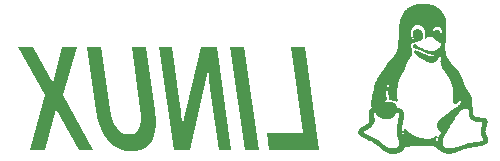
<source format=gbr>
%TF.GenerationSoftware,KiCad,Pcbnew,8.0.4+dfsg-1*%
%TF.CreationDate,2024-12-02T22:27:05+01:00*%
%TF.ProjectId,usb-serial,7573622d-7365-4726-9961-6c2e6b696361,rev?*%
%TF.SameCoordinates,Original*%
%TF.FileFunction,Legend,Bot*%
%TF.FilePolarity,Positive*%
%FSLAX46Y46*%
G04 Gerber Fmt 4.6, Leading zero omitted, Abs format (unit mm)*
G04 Created by KiCad (PCBNEW 8.0.4+dfsg-1) date 2024-12-02 22:27:05*
%MOMM*%
%LPD*%
G01*
G04 APERTURE LIST*
%ADD10C,1.000000*%
%ADD11C,0.000000*%
%ADD12C,0.650000*%
%ADD13O,2.100000X1.000000*%
%ADD14O,1.600000X1.000000*%
G04 APERTURE END LIST*
D10*
G36*
X41992522Y-26950000D02*
G01*
X40783520Y-18227599D01*
X39595034Y-18227599D01*
X40609131Y-25540963D01*
X37560980Y-25540963D01*
X37755886Y-26950000D01*
X41992522Y-26950000D01*
G37*
G36*
X36863422Y-26950000D02*
G01*
X35654420Y-18227599D01*
X34465935Y-18227599D01*
X35674937Y-26950000D01*
X36863422Y-26950000D01*
G37*
G36*
X31071936Y-26950000D02*
G01*
X32615062Y-20232344D01*
X32648401Y-20697398D01*
X32688536Y-21163106D01*
X32736392Y-21609183D01*
X32761608Y-21804047D01*
X33475286Y-26950000D01*
X34530415Y-26950000D01*
X33321413Y-18227599D01*
X31962934Y-18227599D01*
X30390498Y-25000209D01*
X30358258Y-24543536D01*
X30314982Y-24054740D01*
X30264286Y-23592374D01*
X30226367Y-23298813D01*
X29522948Y-18227599D01*
X28466353Y-18227599D01*
X29675355Y-26950000D01*
X31071936Y-26950000D01*
G37*
G36*
X26126018Y-27090683D02*
G01*
X26476419Y-27069217D01*
X26793975Y-27004817D01*
X27078687Y-26897483D01*
X27376988Y-26712012D01*
X27627993Y-26464716D01*
X27801036Y-26211409D01*
X27985453Y-25789581D01*
X28088046Y-25370414D01*
X28139429Y-24898079D01*
X28139601Y-24372575D01*
X28100624Y-23894041D01*
X28075076Y-23692288D01*
X27317435Y-18227599D01*
X26127484Y-18227599D01*
X26866074Y-23551605D01*
X26913518Y-24039052D01*
X26908650Y-24512547D01*
X26830912Y-24945658D01*
X26763492Y-25125505D01*
X26549241Y-25430873D01*
X26278131Y-25598485D01*
X25971974Y-25659768D01*
X25895942Y-25661863D01*
X25591401Y-25626829D01*
X25280981Y-25503664D01*
X25004640Y-25291820D01*
X24839347Y-25101325D01*
X24624560Y-24746359D01*
X24470229Y-24366314D01*
X24350337Y-23925543D01*
X24273681Y-23490055D01*
X23543883Y-18227599D01*
X22353932Y-18227599D01*
X23098384Y-23597766D01*
X23184057Y-24099474D01*
X23297280Y-24564582D01*
X23438051Y-24993088D01*
X23606371Y-25384994D01*
X23802240Y-25740300D01*
X24025658Y-26059004D01*
X24122739Y-26176238D01*
X24381075Y-26439677D01*
X24659663Y-26658465D01*
X24958500Y-26832603D01*
X25277587Y-26962090D01*
X25616925Y-27046926D01*
X25976513Y-27087111D01*
X26126018Y-27090683D01*
G37*
G36*
X18776751Y-26950000D02*
G01*
X19721971Y-23476866D01*
X21629996Y-26950000D01*
X22887358Y-26950000D01*
X20284706Y-22362386D01*
X21514225Y-18227599D01*
X20256863Y-18227599D01*
X19423018Y-21309455D01*
X17731880Y-18227599D01*
X16481845Y-18227599D01*
X18781147Y-22362386D01*
X17526716Y-26950000D01*
X18776751Y-26950000D01*
G37*
D11*
%TO.C,REF\u002A\u002A*%
G36*
X52731491Y-17317278D02*
G01*
X52712123Y-17626390D01*
X52701561Y-17755395D01*
X52690270Y-18074294D01*
X52685648Y-18331042D01*
X52686527Y-18440080D01*
X52689901Y-18538347D01*
X52696043Y-18627431D01*
X52705231Y-18708920D01*
X52717740Y-18784404D01*
X52733845Y-18855470D01*
X52753822Y-18923708D01*
X52777946Y-18990706D01*
X52806494Y-19058052D01*
X52839739Y-19127337D01*
X52921429Y-19278072D01*
X52933684Y-19298485D01*
X52948232Y-19320663D01*
X52964936Y-19344506D01*
X52983656Y-19369911D01*
X53026595Y-19425007D01*
X53075946Y-19485142D01*
X53130605Y-19549505D01*
X53189468Y-19617289D01*
X53315393Y-19759878D01*
X53487013Y-19954719D01*
X53572787Y-20054307D01*
X53656276Y-20153975D01*
X53735784Y-20252701D01*
X53809614Y-20349461D01*
X53843871Y-20396784D01*
X53876072Y-20443232D01*
X53906006Y-20488677D01*
X53933460Y-20532991D01*
X53951660Y-20564300D01*
X53968899Y-20595630D01*
X53985247Y-20626994D01*
X54000772Y-20658408D01*
X54029631Y-20721440D01*
X54056029Y-20784841D01*
X54080516Y-20848726D01*
X54103645Y-20913210D01*
X54148037Y-21044430D01*
X54182682Y-21147516D01*
X54220504Y-21254551D01*
X54263542Y-21366113D01*
X54287653Y-21423772D01*
X54313832Y-21482779D01*
X54342333Y-21543205D01*
X54373411Y-21605125D01*
X54407321Y-21668608D01*
X54444317Y-21733728D01*
X54484654Y-21800556D01*
X54528586Y-21869164D01*
X54576369Y-21939626D01*
X54628256Y-22012012D01*
X54687646Y-22095354D01*
X54741154Y-22176268D01*
X54788863Y-22255135D01*
X54830857Y-22332335D01*
X54867218Y-22408251D01*
X54898030Y-22483262D01*
X54923377Y-22557750D01*
X54938395Y-22613674D01*
X54943342Y-22632096D01*
X54958007Y-22706680D01*
X54967458Y-22781884D01*
X54971775Y-22858089D01*
X54971044Y-22935676D01*
X54965348Y-23015025D01*
X54954769Y-23096519D01*
X54939391Y-23180536D01*
X54919298Y-23267460D01*
X54942272Y-23299891D01*
X54962311Y-23333097D01*
X54979613Y-23366940D01*
X54994373Y-23401285D01*
X55006790Y-23435995D01*
X55017059Y-23470931D01*
X55025378Y-23505959D01*
X55031944Y-23540940D01*
X55036953Y-23575738D01*
X55040603Y-23610217D01*
X55043090Y-23644239D01*
X55044611Y-23677667D01*
X55045543Y-23742197D01*
X55044975Y-23802712D01*
X55043878Y-23822910D01*
X55043380Y-23843118D01*
X55043479Y-23863323D01*
X55044174Y-23883513D01*
X55045466Y-23903673D01*
X55047354Y-23923790D01*
X55049836Y-23943851D01*
X55052913Y-23963843D01*
X55059194Y-23982226D01*
X55066650Y-23999735D01*
X55075240Y-24016395D01*
X55084924Y-24032227D01*
X55095660Y-24047256D01*
X55107409Y-24061503D01*
X55120129Y-24074993D01*
X55133780Y-24087747D01*
X55148321Y-24099789D01*
X55163712Y-24111143D01*
X55179912Y-24121830D01*
X55196880Y-24131875D01*
X55214576Y-24141300D01*
X55232959Y-24150127D01*
X55251989Y-24158381D01*
X55271624Y-24166084D01*
X55312548Y-24179930D01*
X55355408Y-24191848D01*
X55399878Y-24202022D01*
X55445633Y-24210638D01*
X55492347Y-24217878D01*
X55539695Y-24223927D01*
X55587353Y-24228970D01*
X55634996Y-24233189D01*
X55666047Y-24235430D01*
X55696478Y-24237422D01*
X55755381Y-24240862D01*
X55826099Y-24244953D01*
X55893841Y-24250573D01*
X55926433Y-24254465D01*
X55958085Y-24259349D01*
X55988733Y-24265430D01*
X56018311Y-24272910D01*
X56046754Y-24281992D01*
X56073997Y-24292882D01*
X56099976Y-24305781D01*
X56124624Y-24320894D01*
X56136429Y-24329344D01*
X56147876Y-24338424D01*
X56158959Y-24348159D01*
X56169669Y-24358574D01*
X56179997Y-24369695D01*
X56189936Y-24381548D01*
X56199477Y-24394157D01*
X56208612Y-24407549D01*
X56216772Y-24421083D01*
X56224054Y-24435096D01*
X56230481Y-24449587D01*
X56236077Y-24464559D01*
X56240866Y-24480011D01*
X56244871Y-24495944D01*
X56248117Y-24512359D01*
X56250627Y-24529257D01*
X56253536Y-24564506D01*
X56253786Y-24601695D01*
X56251570Y-24640832D01*
X56247076Y-24681922D01*
X56240496Y-24724972D01*
X56232019Y-24769987D01*
X56221836Y-24816974D01*
X56210138Y-24865940D01*
X56182954Y-24969830D01*
X56151991Y-25081708D01*
X56123119Y-25186053D01*
X56108571Y-25239875D01*
X56094048Y-25294962D01*
X56086132Y-25328626D01*
X56080458Y-25360277D01*
X56076898Y-25390087D01*
X56075324Y-25418225D01*
X56075609Y-25444863D01*
X56077625Y-25470170D01*
X56081245Y-25494318D01*
X56086342Y-25517477D01*
X56092787Y-25539817D01*
X56100453Y-25561509D01*
X56109213Y-25582724D01*
X56118939Y-25603632D01*
X56129504Y-25624403D01*
X56140780Y-25645208D01*
X56164956Y-25687604D01*
X56189415Y-25730258D01*
X56201650Y-25752433D01*
X56213730Y-25775338D01*
X56225534Y-25799095D01*
X56236942Y-25823828D01*
X56247834Y-25849660D01*
X56258089Y-25876714D01*
X56267588Y-25905115D01*
X56276210Y-25934984D01*
X56283836Y-25966445D01*
X56290344Y-25999622D01*
X56295615Y-26034637D01*
X56299529Y-26071614D01*
X56301965Y-26110676D01*
X56302249Y-26124658D01*
X56302804Y-26151947D01*
X56301267Y-26187466D01*
X56296712Y-26221285D01*
X56289221Y-26253462D01*
X56278875Y-26284054D01*
X56265757Y-26313120D01*
X56249950Y-26340717D01*
X56231534Y-26366904D01*
X56210593Y-26391738D01*
X56187208Y-26415277D01*
X56161461Y-26437579D01*
X56133435Y-26458702D01*
X56103212Y-26478704D01*
X56070873Y-26497642D01*
X56036501Y-26515575D01*
X56000179Y-26532561D01*
X55961988Y-26548656D01*
X55922010Y-26563921D01*
X55880327Y-26578411D01*
X55837022Y-26592185D01*
X55792176Y-26605302D01*
X55698193Y-26629792D01*
X55599033Y-26652344D01*
X55495354Y-26673422D01*
X55387813Y-26693489D01*
X55163773Y-26732442D01*
X55016454Y-26757450D01*
X54867076Y-26783871D01*
X54716358Y-26812624D01*
X54640722Y-26828161D01*
X54565021Y-26844626D01*
X54449975Y-26872092D01*
X54335529Y-26901823D01*
X54221716Y-26933810D01*
X54108570Y-26968041D01*
X53996125Y-27004506D01*
X53884413Y-27043194D01*
X53773467Y-27084096D01*
X53663322Y-27127200D01*
X53569236Y-27163130D01*
X53479159Y-27196451D01*
X53392040Y-27226493D01*
X53349261Y-27240073D01*
X53306828Y-27252581D01*
X53264609Y-27263932D01*
X53222472Y-27274042D01*
X53180286Y-27282828D01*
X53137921Y-27290205D01*
X53095243Y-27296089D01*
X53052123Y-27300396D01*
X53008428Y-27303042D01*
X52964027Y-27303943D01*
X52885010Y-27300979D01*
X52808397Y-27292348D01*
X52734046Y-27278441D01*
X52661811Y-27259650D01*
X52591550Y-27236366D01*
X52523119Y-27208981D01*
X52456374Y-27177886D01*
X52391171Y-27143473D01*
X52327367Y-27106133D01*
X52264817Y-27066257D01*
X52203378Y-27024237D01*
X52142905Y-26980465D01*
X52024287Y-26889228D01*
X51907811Y-26795678D01*
X51850925Y-26749376D01*
X51836409Y-26738620D01*
X51820341Y-26728612D01*
X51802786Y-26719327D01*
X51783810Y-26710739D01*
X51741856Y-26695558D01*
X51695007Y-26682870D01*
X51643787Y-26672479D01*
X51588722Y-26664186D01*
X51530339Y-26657792D01*
X51469164Y-26653100D01*
X51405722Y-26649913D01*
X51340540Y-26648030D01*
X51207057Y-26647391D01*
X51072923Y-26649598D01*
X50942346Y-26653067D01*
X50809326Y-26656705D01*
X50746637Y-26657904D01*
X50687023Y-26658359D01*
X50522451Y-26658359D01*
X50235689Y-26657830D01*
X50083971Y-26659661D01*
X49932133Y-26664047D01*
X49784251Y-26671857D01*
X49644403Y-26683957D01*
X49578765Y-26691888D01*
X49516665Y-26701217D01*
X49458612Y-26712053D01*
X49405116Y-26724505D01*
X49386903Y-26729993D01*
X49369421Y-26736510D01*
X49352595Y-26744018D01*
X49336349Y-26752480D01*
X49320609Y-26761859D01*
X49305299Y-26772116D01*
X49290344Y-26783214D01*
X49275668Y-26795115D01*
X49261198Y-26807783D01*
X49246857Y-26821178D01*
X49232570Y-26835265D01*
X49218262Y-26850004D01*
X49189283Y-26881291D01*
X49159318Y-26914740D01*
X49098710Y-26981342D01*
X49065962Y-27015207D01*
X49030992Y-27048942D01*
X48993353Y-27082165D01*
X48952601Y-27114495D01*
X48930918Y-27130207D01*
X48908290Y-27145553D01*
X48884661Y-27160486D01*
X48859976Y-27174958D01*
X48834178Y-27188921D01*
X48807212Y-27202328D01*
X48779022Y-27215132D01*
X48749553Y-27227284D01*
X48718749Y-27238738D01*
X48686554Y-27249445D01*
X48652913Y-27259358D01*
X48617770Y-27268430D01*
X48581070Y-27276613D01*
X48542756Y-27283859D01*
X48502773Y-27290120D01*
X48461065Y-27295350D01*
X48417577Y-27299501D01*
X48372253Y-27302524D01*
X48325038Y-27304373D01*
X48275875Y-27305000D01*
X48182474Y-27302347D01*
X48094377Y-27294577D01*
X48011163Y-27281973D01*
X47932413Y-27264821D01*
X47857705Y-27243404D01*
X47786621Y-27218006D01*
X47718740Y-27188911D01*
X47653641Y-27156404D01*
X47590905Y-27120768D01*
X47530112Y-27082288D01*
X47470840Y-27041248D01*
X47412672Y-26997931D01*
X47297960Y-26905605D01*
X47182616Y-26807584D01*
X47111129Y-26746552D01*
X47038158Y-26685343D01*
X46962811Y-26624326D01*
X46884199Y-26563870D01*
X46843391Y-26533968D01*
X46801433Y-26504344D01*
X46758213Y-26475046D01*
X46713621Y-26446118D01*
X46667546Y-26417607D01*
X46619876Y-26389560D01*
X46570499Y-26362022D01*
X46519306Y-26335039D01*
X46368162Y-26258244D01*
X46226148Y-26186608D01*
X46014249Y-26079569D01*
X45828289Y-25982411D01*
X45745259Y-25936665D01*
X45668982Y-25892341D01*
X45599546Y-25849092D01*
X45537041Y-25806566D01*
X45481555Y-25764416D01*
X45433178Y-25722292D01*
X45391999Y-25679844D01*
X45358108Y-25636724D01*
X45331592Y-25592583D01*
X45321129Y-25570020D01*
X45312543Y-25547070D01*
X45305845Y-25523691D01*
X45301047Y-25499838D01*
X45298160Y-25475468D01*
X45297288Y-25452917D01*
X45799904Y-25452917D01*
X45802638Y-25465069D01*
X45808156Y-25477731D01*
X45816303Y-25490859D01*
X45826925Y-25504408D01*
X45839866Y-25518334D01*
X45854972Y-25532592D01*
X45891057Y-25561926D01*
X45933940Y-25592054D01*
X45982381Y-25622619D01*
X46035141Y-25653264D01*
X46090979Y-25683634D01*
X46148655Y-25713371D01*
X46206931Y-25742119D01*
X46320319Y-25795222D01*
X46421224Y-25840090D01*
X46499727Y-25873869D01*
X46499726Y-25873341D01*
X46575837Y-25906953D01*
X46648420Y-25941164D01*
X46717664Y-25975895D01*
X46783756Y-26011069D01*
X46846885Y-26046606D01*
X46907236Y-26082430D01*
X46964999Y-26118463D01*
X47020360Y-26154626D01*
X47124629Y-26227032D01*
X47221543Y-26299027D01*
X47312603Y-26369985D01*
X47399310Y-26439284D01*
X47510447Y-26527647D01*
X47565853Y-26570356D01*
X47621659Y-26611793D01*
X47678246Y-26651742D01*
X47735996Y-26689986D01*
X47765426Y-26708400D01*
X47795290Y-26726307D01*
X47825635Y-26743679D01*
X47856510Y-26760490D01*
X47908091Y-26785621D01*
X47962137Y-26807743D01*
X48018220Y-26826417D01*
X48075907Y-26841208D01*
X48134770Y-26851678D01*
X48194377Y-26857390D01*
X48224326Y-26858326D01*
X48254300Y-26857909D01*
X48284245Y-26856083D01*
X48314107Y-26852796D01*
X48343832Y-26847991D01*
X48373368Y-26841615D01*
X48402659Y-26833613D01*
X48431653Y-26823930D01*
X48460295Y-26812511D01*
X48488532Y-26799303D01*
X48516310Y-26784250D01*
X48543575Y-26767298D01*
X48570273Y-26748392D01*
X48596351Y-26727478D01*
X48621755Y-26704501D01*
X48646431Y-26679406D01*
X48670325Y-26652139D01*
X48693383Y-26622646D01*
X48715552Y-26590871D01*
X48736779Y-26556760D01*
X48742348Y-26546693D01*
X48747308Y-26536337D01*
X48751677Y-26525688D01*
X48755471Y-26514746D01*
X48758706Y-26503509D01*
X48761398Y-26491974D01*
X48763564Y-26480140D01*
X48765221Y-26468005D01*
X48767072Y-26442825D01*
X48767084Y-26416420D01*
X48765386Y-26388775D01*
X48762112Y-26359877D01*
X48757393Y-26329710D01*
X48751362Y-26298262D01*
X48744148Y-26265516D01*
X48735886Y-26231459D01*
X48716739Y-26159354D01*
X48694975Y-26081833D01*
X48663768Y-25970234D01*
X48632496Y-25848652D01*
X48617691Y-25784067D01*
X48603897Y-25716925D01*
X48591455Y-25647206D01*
X48580708Y-25574891D01*
X48571998Y-25499959D01*
X48565667Y-25422390D01*
X48562058Y-25342163D01*
X48561513Y-25259260D01*
X48564374Y-25173659D01*
X48570983Y-25085340D01*
X48581682Y-24994283D01*
X48596814Y-24900468D01*
X48631938Y-24711291D01*
X48662696Y-24548308D01*
X48709618Y-24296912D01*
X48726366Y-24199314D01*
X48738433Y-24117102D01*
X48745662Y-24047764D01*
X48747415Y-24017137D01*
X48747900Y-23988788D01*
X48747098Y-23962401D01*
X48744991Y-23937662D01*
X48741557Y-23914259D01*
X48736779Y-23891876D01*
X48735050Y-23885945D01*
X48732997Y-23880302D01*
X48730633Y-23874941D01*
X48727968Y-23869854D01*
X48725016Y-23865036D01*
X48721789Y-23860479D01*
X48718299Y-23856178D01*
X48714558Y-23852126D01*
X48710580Y-23848316D01*
X48706374Y-23844742D01*
X48701956Y-23841397D01*
X48697335Y-23838274D01*
X48692525Y-23835368D01*
X48687538Y-23832671D01*
X48682387Y-23830177D01*
X48677083Y-23827879D01*
X48671638Y-23825772D01*
X48666065Y-23823848D01*
X48660377Y-23822100D01*
X48654585Y-23820523D01*
X48642740Y-23817854D01*
X48630627Y-23815787D01*
X48618346Y-23814271D01*
X48605994Y-23813253D01*
X48593668Y-23812680D01*
X48581469Y-23812501D01*
X48572741Y-23812646D01*
X48564019Y-23812930D01*
X48555304Y-23813352D01*
X48546597Y-23813912D01*
X48537899Y-23814610D01*
X48529213Y-23815445D01*
X48520541Y-23816418D01*
X48511883Y-23817528D01*
X48504952Y-23839907D01*
X48497365Y-23862034D01*
X48489130Y-23883894D01*
X48480254Y-23905475D01*
X48470747Y-23926761D01*
X48460615Y-23947741D01*
X48449867Y-23968400D01*
X48438509Y-23988726D01*
X48426551Y-24008703D01*
X48414000Y-24028319D01*
X48400863Y-24047561D01*
X48387149Y-24066414D01*
X48372865Y-24084866D01*
X48358020Y-24102902D01*
X48342621Y-24120509D01*
X48326675Y-24137674D01*
X48297708Y-24165848D01*
X48267366Y-24192229D01*
X48235660Y-24216812D01*
X48202598Y-24239596D01*
X48168188Y-24260579D01*
X48132440Y-24279758D01*
X48095363Y-24297131D01*
X48056965Y-24312695D01*
X48017256Y-24326449D01*
X47976244Y-24338390D01*
X47933939Y-24348515D01*
X47890348Y-24356823D01*
X47845482Y-24363311D01*
X47799349Y-24367976D01*
X47751957Y-24370817D01*
X47703317Y-24371831D01*
X47657326Y-24373647D01*
X47617498Y-24373109D01*
X47568255Y-24370235D01*
X47510955Y-24363997D01*
X47446951Y-24353367D01*
X47377601Y-24337315D01*
X47341344Y-24326934D01*
X47304259Y-24314813D01*
X47266515Y-24300822D01*
X47228282Y-24284832D01*
X47189729Y-24266716D01*
X47151025Y-24246344D01*
X47112340Y-24223589D01*
X47073844Y-24198321D01*
X47035706Y-24170412D01*
X46998095Y-24139733D01*
X46961181Y-24106156D01*
X46925133Y-24069552D01*
X46890121Y-24029792D01*
X46856314Y-23986749D01*
X46823882Y-23940293D01*
X46792994Y-23890296D01*
X46763820Y-23836629D01*
X46736529Y-23779164D01*
X46721255Y-23781410D01*
X46713159Y-23782921D01*
X46704874Y-23784728D01*
X46696489Y-23786862D01*
X46688090Y-23789349D01*
X46679767Y-23792220D01*
X46671607Y-23795502D01*
X46663698Y-23799224D01*
X46656128Y-23803416D01*
X46648986Y-23808105D01*
X46642358Y-23813320D01*
X46639265Y-23816134D01*
X46636334Y-23819090D01*
X46633575Y-23822192D01*
X46631000Y-23825444D01*
X46628620Y-23828849D01*
X46626446Y-23832410D01*
X46624489Y-23836132D01*
X46622759Y-23840018D01*
X46619801Y-23848123D01*
X46617266Y-23856604D01*
X46613407Y-23874617D01*
X46611060Y-23893916D01*
X46610104Y-23914357D01*
X46610418Y-23935801D01*
X46611880Y-23958104D01*
X46614369Y-23981124D01*
X46617764Y-24004721D01*
X46621944Y-24028752D01*
X46626787Y-24053074D01*
X46637976Y-24102030D01*
X46650362Y-24150451D01*
X46662975Y-24197205D01*
X46679945Y-24260532D01*
X46687434Y-24290344D01*
X46693964Y-24318848D01*
X46699316Y-24345987D01*
X46703270Y-24371706D01*
X46704654Y-24384016D01*
X46705605Y-24395950D01*
X46706097Y-24407501D01*
X46706102Y-24418661D01*
X46704534Y-24457644D01*
X46701386Y-24495254D01*
X46696690Y-24531549D01*
X46690475Y-24566587D01*
X46682772Y-24600425D01*
X46673611Y-24633119D01*
X46663022Y-24664728D01*
X46651036Y-24695308D01*
X46637682Y-24724917D01*
X46622991Y-24753612D01*
X46606993Y-24781450D01*
X46589719Y-24808489D01*
X46571198Y-24834785D01*
X46551461Y-24860397D01*
X46530537Y-24885381D01*
X46508459Y-24909794D01*
X46460955Y-24957139D01*
X46409190Y-25002889D01*
X46353408Y-25047503D01*
X46293849Y-25091439D01*
X46230755Y-25135155D01*
X46164368Y-25179108D01*
X46022684Y-25269562D01*
X45950254Y-25315401D01*
X45913221Y-25339064D01*
X45875840Y-25363224D01*
X45866747Y-25369304D01*
X45858220Y-25375336D01*
X45850263Y-25381319D01*
X45842879Y-25387247D01*
X45836070Y-25393119D01*
X45829838Y-25398929D01*
X45824187Y-25404675D01*
X45819120Y-25410353D01*
X45814638Y-25415960D01*
X45810746Y-25421492D01*
X45807444Y-25426945D01*
X45804737Y-25432317D01*
X45802627Y-25437604D01*
X45801116Y-25442802D01*
X45800208Y-25447907D01*
X45799904Y-25452917D01*
X45297288Y-25452917D01*
X45297196Y-25450536D01*
X45298131Y-25426211D01*
X45300885Y-25402396D01*
X45305378Y-25379084D01*
X45311530Y-25356272D01*
X45319262Y-25333953D01*
X45328495Y-25312122D01*
X45339149Y-25290774D01*
X45351146Y-25269904D01*
X45364405Y-25249507D01*
X45378848Y-25229576D01*
X45394394Y-25210108D01*
X45410966Y-25191096D01*
X45428482Y-25172536D01*
X45446865Y-25154421D01*
X45485910Y-25119509D01*
X45527467Y-25086318D01*
X45570900Y-25054806D01*
X45615575Y-25024930D01*
X45660858Y-24996648D01*
X45706112Y-24969917D01*
X45750703Y-24944697D01*
X45835359Y-24898615D01*
X45891351Y-24868221D01*
X45917251Y-24853929D01*
X45941191Y-24840407D01*
X45973257Y-24820534D01*
X46005061Y-24798975D01*
X46036301Y-24775815D01*
X46066679Y-24751143D01*
X46095893Y-24725044D01*
X46123646Y-24697606D01*
X46149635Y-24668915D01*
X46173562Y-24639059D01*
X46195126Y-24608123D01*
X46204928Y-24592278D01*
X46214028Y-24576195D01*
X46222386Y-24559887D01*
X46229967Y-24543362D01*
X46236731Y-24526633D01*
X46242643Y-24509711D01*
X46247664Y-24492605D01*
X46251757Y-24475327D01*
X46254884Y-24457888D01*
X46257008Y-24440299D01*
X46258091Y-24422570D01*
X46258097Y-24404712D01*
X46256986Y-24386737D01*
X46254723Y-24368655D01*
X46233228Y-24220610D01*
X46217160Y-24091503D01*
X46207107Y-23979413D01*
X46204520Y-23929148D01*
X46203658Y-23882416D01*
X46204594Y-23838977D01*
X46207403Y-23798591D01*
X46212156Y-23761017D01*
X46218930Y-23726015D01*
X46227796Y-23693344D01*
X46238828Y-23662765D01*
X46252101Y-23634036D01*
X46267688Y-23606919D01*
X46276981Y-23593032D01*
X46286800Y-23579571D01*
X46297128Y-23566548D01*
X46307950Y-23553976D01*
X46319249Y-23541868D01*
X46331011Y-23530236D01*
X46343220Y-23519092D01*
X46355859Y-23508450D01*
X46368915Y-23498322D01*
X46382370Y-23488720D01*
X46396209Y-23479658D01*
X46410417Y-23471147D01*
X46424978Y-23463201D01*
X46439877Y-23455833D01*
X46455097Y-23449054D01*
X46470623Y-23442877D01*
X46470623Y-23441289D01*
X46463800Y-23428417D01*
X46457314Y-23415177D01*
X46451152Y-23401540D01*
X46445306Y-23387472D01*
X46439763Y-23372942D01*
X46434514Y-23357918D01*
X46429546Y-23342369D01*
X46424850Y-23326262D01*
X46420415Y-23309566D01*
X46416229Y-23292249D01*
X46412281Y-23274280D01*
X46408562Y-23255626D01*
X46405059Y-23236256D01*
X46401763Y-23216138D01*
X46395746Y-23173531D01*
X46391009Y-23112322D01*
X46390941Y-23038568D01*
X46395324Y-22953365D01*
X46396615Y-22939052D01*
X47527720Y-22939052D01*
X47527785Y-22941159D01*
X47528129Y-22943086D01*
X47528752Y-22944830D01*
X47529651Y-22946388D01*
X47530823Y-22947756D01*
X47532266Y-22948932D01*
X47533979Y-22949914D01*
X47535959Y-22950697D01*
X47538203Y-22951280D01*
X47540711Y-22951659D01*
X47543479Y-22951832D01*
X47546505Y-22951795D01*
X47549788Y-22951546D01*
X47553324Y-22951081D01*
X47557113Y-22950398D01*
X47561151Y-22949494D01*
X47565436Y-22948367D01*
X47569967Y-22947012D01*
X47574741Y-22945427D01*
X47579756Y-22943610D01*
X47600091Y-22936277D01*
X47620569Y-22929411D01*
X47641180Y-22923013D01*
X47661917Y-22917083D01*
X47682771Y-22911623D01*
X47703735Y-22906636D01*
X47724801Y-22902121D01*
X47745960Y-22898081D01*
X47767204Y-22894517D01*
X47788525Y-22891431D01*
X47809916Y-22888823D01*
X47831368Y-22886696D01*
X47852874Y-22885051D01*
X47874424Y-22883888D01*
X47896012Y-22883211D01*
X47917628Y-22883020D01*
X47968372Y-22884518D01*
X48017374Y-22888866D01*
X48064575Y-22895846D01*
X48109914Y-22905236D01*
X48153331Y-22916819D01*
X48194765Y-22930375D01*
X48234156Y-22945684D01*
X48271442Y-22962527D01*
X48306565Y-22980684D01*
X48339463Y-22999937D01*
X48370076Y-23020066D01*
X48398343Y-23040852D01*
X48424205Y-23062074D01*
X48447599Y-23083515D01*
X48468467Y-23104954D01*
X48486747Y-23126172D01*
X48501757Y-23145653D01*
X48515193Y-23165008D01*
X48527146Y-23184238D01*
X48537705Y-23203347D01*
X48546958Y-23222339D01*
X48554995Y-23241216D01*
X48561904Y-23259981D01*
X48567776Y-23278638D01*
X48572699Y-23297189D01*
X48576763Y-23315638D01*
X48580056Y-23333988D01*
X48582667Y-23352242D01*
X48584687Y-23370402D01*
X48586203Y-23388473D01*
X48588082Y-23424357D01*
X48589670Y-23425680D01*
X48626159Y-23422801D01*
X48661437Y-23421616D01*
X48695547Y-23422137D01*
X48728531Y-23424377D01*
X48760431Y-23428349D01*
X48791290Y-23434065D01*
X48821150Y-23441538D01*
X48850053Y-23450782D01*
X48878041Y-23461808D01*
X48905157Y-23474630D01*
X48931443Y-23489260D01*
X48956941Y-23505711D01*
X48981693Y-23523997D01*
X49005741Y-23544129D01*
X49029129Y-23566121D01*
X49051897Y-23589986D01*
X49054013Y-23592367D01*
X49068887Y-23612288D01*
X49082479Y-23633566D01*
X49094829Y-23656142D01*
X49105975Y-23679956D01*
X49115956Y-23704950D01*
X49124812Y-23731065D01*
X49139304Y-23786422D01*
X49149765Y-23845555D01*
X49156505Y-23907994D01*
X49159839Y-23973266D01*
X49160078Y-24040902D01*
X49157537Y-24110428D01*
X49152527Y-24181375D01*
X49145361Y-24253270D01*
X49136353Y-24325643D01*
X49114058Y-24469936D01*
X49088145Y-24610483D01*
X49052344Y-24793009D01*
X49031851Y-24916088D01*
X49022476Y-24982933D01*
X49014261Y-25052305D01*
X49007639Y-25123447D01*
X49003045Y-25195603D01*
X49000913Y-25268016D01*
X49001676Y-25339928D01*
X49005770Y-25410583D01*
X49013628Y-25479223D01*
X49025684Y-25545093D01*
X49033422Y-25576752D01*
X49042372Y-25607434D01*
X49042372Y-25606905D01*
X49054687Y-25644044D01*
X49067793Y-25680897D01*
X49081686Y-25717451D01*
X49096359Y-25753693D01*
X49111808Y-25789612D01*
X49128028Y-25825195D01*
X49145013Y-25860429D01*
X49162757Y-25895301D01*
X49163084Y-25895993D01*
X49163441Y-25896661D01*
X49163826Y-25897305D01*
X49164239Y-25897924D01*
X49164679Y-25898519D01*
X49165143Y-25899088D01*
X49165633Y-25899631D01*
X49166145Y-25900148D01*
X49166679Y-25900637D01*
X49167234Y-25901100D01*
X49167808Y-25901535D01*
X49168401Y-25901941D01*
X49169011Y-25902319D01*
X49169637Y-25902667D01*
X49170278Y-25902986D01*
X49170933Y-25903274D01*
X49171601Y-25903532D01*
X49172280Y-25903758D01*
X49172970Y-25903953D01*
X49173669Y-25904116D01*
X49174376Y-25904246D01*
X49175089Y-25904344D01*
X49175809Y-25904407D01*
X49176533Y-25904437D01*
X49177261Y-25904432D01*
X49177990Y-25904392D01*
X49178721Y-25904317D01*
X49179452Y-25904206D01*
X49180182Y-25904058D01*
X49180909Y-25903873D01*
X49181633Y-25903652D01*
X49182353Y-25903392D01*
X49183058Y-25903097D01*
X49183742Y-25902772D01*
X49184403Y-25902416D01*
X49185041Y-25902032D01*
X49185655Y-25901620D01*
X49186244Y-25901182D01*
X49186809Y-25900718D01*
X49187349Y-25900230D01*
X49187863Y-25899719D01*
X49188350Y-25899186D01*
X49188811Y-25898632D01*
X49189244Y-25898058D01*
X49189649Y-25897466D01*
X49190026Y-25896857D01*
X49190373Y-25896231D01*
X49190692Y-25895590D01*
X49190980Y-25894934D01*
X49191237Y-25894266D01*
X49191463Y-25893586D01*
X49191658Y-25892896D01*
X49191821Y-25892196D01*
X49191950Y-25891487D01*
X49192047Y-25890771D01*
X49192110Y-25890049D01*
X49192138Y-25889322D01*
X49192132Y-25888592D01*
X49192090Y-25887858D01*
X49192012Y-25887123D01*
X49191898Y-25886387D01*
X49191747Y-25885652D01*
X49191559Y-25884918D01*
X49191333Y-25884188D01*
X49175587Y-25824514D01*
X49162329Y-25764319D01*
X49151567Y-25703681D01*
X49143309Y-25642677D01*
X49137566Y-25581386D01*
X49134344Y-25519884D01*
X49133655Y-25458250D01*
X49135505Y-25396562D01*
X49137976Y-25351954D01*
X49140884Y-25312006D01*
X49142716Y-25293787D01*
X49144914Y-25276741D01*
X49147564Y-25260870D01*
X49150752Y-25246179D01*
X49154563Y-25232668D01*
X49159083Y-25220342D01*
X49164397Y-25209202D01*
X49170592Y-25199252D01*
X49177752Y-25190494D01*
X49181721Y-25186563D01*
X49185964Y-25182931D01*
X49190491Y-25179598D01*
X49195313Y-25176566D01*
X49200441Y-25173833D01*
X49205885Y-25171400D01*
X49211473Y-25169325D01*
X49217038Y-25167666D01*
X49222596Y-25166423D01*
X49228164Y-25165598D01*
X49233759Y-25165193D01*
X49239396Y-25165209D01*
X49245094Y-25165647D01*
X49250868Y-25166509D01*
X49256736Y-25167796D01*
X49262714Y-25169510D01*
X49268819Y-25171652D01*
X49275067Y-25174223D01*
X49281475Y-25177225D01*
X49288061Y-25180659D01*
X49294840Y-25184527D01*
X49301830Y-25188829D01*
X49309046Y-25193568D01*
X49316507Y-25198745D01*
X49332226Y-25210418D01*
X49349122Y-25223859D01*
X49367326Y-25239080D01*
X49386975Y-25256091D01*
X49408200Y-25274904D01*
X49455916Y-25317980D01*
X49502747Y-25360379D01*
X49528544Y-25383539D01*
X49555929Y-25407938D01*
X49611192Y-25455392D01*
X49670014Y-25503526D01*
X49732683Y-25551944D01*
X49799482Y-25600249D01*
X49870698Y-25648042D01*
X49946616Y-25694925D01*
X50027523Y-25740502D01*
X50113703Y-25784374D01*
X50205443Y-25826144D01*
X50303028Y-25865414D01*
X50406743Y-25901786D01*
X50516875Y-25934864D01*
X50633708Y-25964248D01*
X50757530Y-25989542D01*
X50822150Y-26000531D01*
X50888624Y-26010348D01*
X50956988Y-26018944D01*
X51027277Y-26026269D01*
X51108922Y-26031803D01*
X51186739Y-26032902D01*
X51260677Y-26029973D01*
X51330684Y-26023425D01*
X51396707Y-26013664D01*
X51458697Y-26001098D01*
X51516601Y-25986136D01*
X51570367Y-25969185D01*
X51619945Y-25950652D01*
X51665282Y-25930946D01*
X51706327Y-25910474D01*
X51743028Y-25889644D01*
X51775335Y-25868864D01*
X51803195Y-25848541D01*
X51826556Y-25829083D01*
X51845368Y-25810898D01*
X51847374Y-25808866D01*
X51849468Y-25806946D01*
X51851648Y-25805138D01*
X51853907Y-25803446D01*
X51856242Y-25801871D01*
X51858647Y-25800415D01*
X51861118Y-25799081D01*
X51863651Y-25797870D01*
X51866239Y-25796785D01*
X51868879Y-25795828D01*
X51871566Y-25795001D01*
X51874296Y-25794306D01*
X51877062Y-25793745D01*
X51879862Y-25793321D01*
X51882689Y-25793035D01*
X51885540Y-25792889D01*
X51888395Y-25792886D01*
X51891233Y-25793025D01*
X51894051Y-25793303D01*
X51896843Y-25793719D01*
X51899605Y-25794271D01*
X51902332Y-25794957D01*
X51905018Y-25795775D01*
X51907659Y-25796724D01*
X51910251Y-25797801D01*
X51912788Y-25799005D01*
X51915266Y-25800333D01*
X51917680Y-25801784D01*
X51920024Y-25803357D01*
X51922295Y-25805048D01*
X51924487Y-25806857D01*
X51926596Y-25808781D01*
X51929402Y-25811868D01*
X51931961Y-25815114D01*
X51934270Y-25818507D01*
X51936326Y-25822031D01*
X51938126Y-25825673D01*
X51939666Y-25829417D01*
X51940943Y-25833250D01*
X51941955Y-25837158D01*
X51942697Y-25841125D01*
X51943167Y-25845138D01*
X51943362Y-25849182D01*
X51943277Y-25853243D01*
X51942911Y-25857307D01*
X51942260Y-25861359D01*
X51941321Y-25865385D01*
X51940090Y-25869370D01*
X51930500Y-25902862D01*
X51922708Y-25935471D01*
X51916625Y-25967194D01*
X51912164Y-25998029D01*
X51909235Y-26027971D01*
X51907752Y-26057020D01*
X51907626Y-26085172D01*
X51908769Y-26112424D01*
X51911094Y-26138774D01*
X51914512Y-26164219D01*
X51918935Y-26188756D01*
X51924276Y-26212383D01*
X51930447Y-26235097D01*
X51937358Y-26256894D01*
X51944923Y-26277774D01*
X51953054Y-26297732D01*
X51955406Y-26303007D01*
X51957747Y-26307918D01*
X51960073Y-26312466D01*
X51962382Y-26316651D01*
X51964669Y-26320474D01*
X51966931Y-26323935D01*
X51969165Y-26327036D01*
X51971368Y-26329775D01*
X51973536Y-26332155D01*
X51975666Y-26334175D01*
X51977754Y-26335836D01*
X51979797Y-26337139D01*
X51981791Y-26338083D01*
X51983734Y-26338671D01*
X51985621Y-26338901D01*
X51987450Y-26338775D01*
X51989217Y-26338294D01*
X51990918Y-26337457D01*
X51992551Y-26336265D01*
X51994111Y-26334719D01*
X51995596Y-26332820D01*
X51997002Y-26330567D01*
X51998325Y-26327962D01*
X51999563Y-26325004D01*
X52000711Y-26321696D01*
X52001767Y-26318036D01*
X52002323Y-26315714D01*
X52445820Y-26315714D01*
X52446584Y-26378144D01*
X52449370Y-26416420D01*
X52451264Y-26442459D01*
X52451264Y-26441930D01*
X52456414Y-26480035D01*
X52463788Y-26515722D01*
X52473256Y-26549066D01*
X52484689Y-26580146D01*
X52497955Y-26609039D01*
X52512926Y-26635822D01*
X52529470Y-26660572D01*
X52547457Y-26683366D01*
X52566757Y-26704282D01*
X52587241Y-26723396D01*
X52608777Y-26740786D01*
X52631235Y-26756529D01*
X52654485Y-26770702D01*
X52678398Y-26783383D01*
X52702842Y-26794648D01*
X52727688Y-26804574D01*
X52752805Y-26813240D01*
X52778063Y-26820721D01*
X52803332Y-26827096D01*
X52828482Y-26832441D01*
X52877902Y-26840351D01*
X52925282Y-26845068D01*
X52969580Y-26847210D01*
X53009754Y-26847395D01*
X53044763Y-26846239D01*
X53073564Y-26844361D01*
X53122848Y-26839368D01*
X53173303Y-26832607D01*
X53224835Y-26824201D01*
X53277352Y-26814273D01*
X53384959Y-26790346D01*
X53495377Y-26761811D01*
X53607852Y-26729655D01*
X53721637Y-26694863D01*
X53950129Y-26621317D01*
X54131567Y-26562613D01*
X54222782Y-26533918D01*
X54313402Y-26506489D01*
X54448620Y-26469159D01*
X54590884Y-26434270D01*
X54738008Y-26401681D01*
X54887812Y-26371253D01*
X55186725Y-26316323D01*
X55470160Y-26268363D01*
X55709608Y-26227354D01*
X55723103Y-26224833D01*
X55735998Y-26222134D01*
X55748281Y-26219259D01*
X55759941Y-26216208D01*
X55770967Y-26212984D01*
X55781348Y-26209587D01*
X55791072Y-26206020D01*
X55800129Y-26202284D01*
X55808506Y-26198381D01*
X55816193Y-26194312D01*
X55823179Y-26190078D01*
X55829452Y-26185682D01*
X55835001Y-26181124D01*
X55839815Y-26176407D01*
X55843882Y-26171531D01*
X55847191Y-26166499D01*
X55849489Y-26162256D01*
X55851429Y-26157718D01*
X55853021Y-26152891D01*
X55854276Y-26147782D01*
X55855205Y-26142397D01*
X55855818Y-26136744D01*
X55856127Y-26130828D01*
X55856142Y-26124658D01*
X55855332Y-26111579D01*
X55853475Y-26097559D01*
X55850655Y-26082654D01*
X55846960Y-26066917D01*
X55842474Y-26050401D01*
X55837282Y-26033161D01*
X55831472Y-26015251D01*
X55825128Y-25996724D01*
X55811181Y-25958035D01*
X55796127Y-25917526D01*
X55774738Y-25859778D01*
X55752615Y-25796950D01*
X55730907Y-25729175D01*
X55720569Y-25693472D01*
X55710765Y-25656581D01*
X55701641Y-25618517D01*
X55693340Y-25579299D01*
X55686005Y-25538940D01*
X55679780Y-25497459D01*
X55674810Y-25454870D01*
X55671238Y-25411191D01*
X55669207Y-25366437D01*
X55668862Y-25320626D01*
X55669308Y-25301084D01*
X55670604Y-25281268D01*
X55672690Y-25261201D01*
X55675506Y-25240908D01*
X55678989Y-25220411D01*
X55683080Y-25199736D01*
X55687717Y-25178904D01*
X55692840Y-25157940D01*
X55704299Y-25115711D01*
X55716971Y-25073237D01*
X55744004Y-24988309D01*
X55759969Y-24938638D01*
X55775088Y-24889442D01*
X55788415Y-24841616D01*
X55794111Y-24818497D01*
X55799004Y-24796056D01*
X55802976Y-24774406D01*
X55805909Y-24753659D01*
X55807685Y-24733927D01*
X55808186Y-24715321D01*
X55807293Y-24697954D01*
X55804887Y-24681938D01*
X55800852Y-24667384D01*
X55798186Y-24660691D01*
X55795068Y-24654405D01*
X55791689Y-24649025D01*
X55787668Y-24643942D01*
X55783031Y-24639148D01*
X55777800Y-24634634D01*
X55772000Y-24630393D01*
X55765656Y-24626415D01*
X55758791Y-24622694D01*
X55751428Y-24619219D01*
X55743593Y-24615984D01*
X55735310Y-24612980D01*
X55717492Y-24607631D01*
X55698167Y-24603106D01*
X55677527Y-24599338D01*
X55655765Y-24596262D01*
X55633073Y-24593812D01*
X55609643Y-24591920D01*
X55585667Y-24590520D01*
X55561338Y-24589548D01*
X55536847Y-24588935D01*
X55488152Y-24588524D01*
X55428356Y-24588524D01*
X55360482Y-24588528D01*
X55328687Y-24588203D01*
X55298511Y-24587366D01*
X55270097Y-24585798D01*
X55243586Y-24583278D01*
X55231089Y-24581592D01*
X55219121Y-24579585D01*
X55207701Y-24577231D01*
X55196845Y-24574501D01*
X55164026Y-24564508D01*
X55130346Y-24552525D01*
X55096086Y-24538607D01*
X55061527Y-24522812D01*
X55026950Y-24505196D01*
X54992634Y-24485814D01*
X54958862Y-24464722D01*
X54925912Y-24441978D01*
X54894066Y-24417637D01*
X54863605Y-24391755D01*
X54834808Y-24364389D01*
X54807957Y-24335595D01*
X54783333Y-24305428D01*
X54761215Y-24273946D01*
X54751184Y-24257729D01*
X54741885Y-24241204D01*
X54733353Y-24224379D01*
X54725622Y-24207259D01*
X54721287Y-24195690D01*
X54717196Y-24182520D01*
X54713325Y-24167762D01*
X54709652Y-24151428D01*
X54706155Y-24133530D01*
X54702810Y-24114079D01*
X54696485Y-24070569D01*
X54690495Y-24020994D01*
X54684658Y-23965451D01*
X54672706Y-23836843D01*
X54665318Y-23755339D01*
X54657658Y-23677928D01*
X54653640Y-23642439D01*
X54649452Y-23609992D01*
X54645059Y-23581260D01*
X54640427Y-23556914D01*
X54639068Y-23551291D01*
X54637379Y-23545799D01*
X54635369Y-23540450D01*
X54633048Y-23535256D01*
X54630426Y-23530229D01*
X54627514Y-23525383D01*
X54624321Y-23520727D01*
X54620857Y-23516276D01*
X54617132Y-23512040D01*
X54613157Y-23508032D01*
X54608941Y-23504264D01*
X54604494Y-23500748D01*
X54599826Y-23497496D01*
X54594948Y-23494520D01*
X54589869Y-23491833D01*
X54584600Y-23489445D01*
X54575314Y-23485559D01*
X54563745Y-23481734D01*
X54549767Y-23478261D01*
X54533254Y-23475431D01*
X54514081Y-23473534D01*
X54503457Y-23473026D01*
X54492121Y-23472860D01*
X54480058Y-23473074D01*
X54467251Y-23473702D01*
X54453685Y-23474781D01*
X54439343Y-23476348D01*
X54424211Y-23478440D01*
X54408273Y-23481091D01*
X54391513Y-23484339D01*
X54373915Y-23488221D01*
X54355463Y-23492771D01*
X54336143Y-23498027D01*
X54315937Y-23504026D01*
X54294831Y-23510802D01*
X54272809Y-23518393D01*
X54249855Y-23526836D01*
X54225953Y-23536165D01*
X54201088Y-23546419D01*
X54175244Y-23557632D01*
X54148405Y-23569841D01*
X54120556Y-23583084D01*
X54091681Y-23597395D01*
X54063910Y-23612525D01*
X54036062Y-23629835D01*
X54008143Y-23649251D01*
X53980156Y-23670701D01*
X53952106Y-23694111D01*
X53923997Y-23719406D01*
X53867620Y-23775361D01*
X53811060Y-23837975D01*
X53754353Y-23906660D01*
X53697532Y-23980827D01*
X53640632Y-24059887D01*
X53583690Y-24143250D01*
X53526739Y-24230328D01*
X53469814Y-24320531D01*
X53412950Y-24413271D01*
X53299546Y-24604002D01*
X53186806Y-24797810D01*
X53048760Y-25034612D01*
X52981349Y-25147705D01*
X52914285Y-25257127D01*
X52786293Y-25464958D01*
X52680274Y-25644815D01*
X52635201Y-25725961D01*
X52595258Y-25802163D01*
X52560323Y-25874102D01*
X52530276Y-25942463D01*
X52504993Y-26007928D01*
X52484355Y-26071180D01*
X52468240Y-26132901D01*
X52456527Y-26193776D01*
X52449094Y-26254486D01*
X52445820Y-26315714D01*
X52002323Y-26315714D01*
X52002728Y-26314026D01*
X52003588Y-26309665D01*
X52004346Y-26304956D01*
X52004999Y-26299897D01*
X52005541Y-26294490D01*
X52005971Y-26288736D01*
X52009110Y-26242033D01*
X52013722Y-26194317D01*
X52020039Y-26146061D01*
X52028295Y-26097740D01*
X52033222Y-26073703D01*
X52038720Y-26049828D01*
X52044820Y-26026174D01*
X52051549Y-26002800D01*
X52058937Y-25979766D01*
X52067013Y-25957130D01*
X52075806Y-25934953D01*
X52085345Y-25913293D01*
X52117026Y-25844087D01*
X52149780Y-25775081D01*
X52215058Y-25643020D01*
X52274283Y-25527827D01*
X52320560Y-25440217D01*
X52320560Y-25438895D01*
X52303784Y-25430924D01*
X52285745Y-25421772D01*
X52266656Y-25411407D01*
X52246729Y-25399794D01*
X52226177Y-25386901D01*
X52205214Y-25372694D01*
X52184051Y-25357140D01*
X52162901Y-25340205D01*
X52141979Y-25321857D01*
X52121495Y-25302061D01*
X52101663Y-25280784D01*
X52082696Y-25257994D01*
X52073603Y-25246021D01*
X52064806Y-25233657D01*
X52056332Y-25220897D01*
X52048206Y-25207739D01*
X52040457Y-25194177D01*
X52033110Y-25180207D01*
X52026192Y-25165825D01*
X52019729Y-25151028D01*
X52007546Y-25119211D01*
X51996308Y-25083895D01*
X51986624Y-25045239D01*
X51979103Y-25003402D01*
X51974356Y-24958544D01*
X51972992Y-24910824D01*
X51973770Y-24885940D01*
X51975621Y-24860400D01*
X51978624Y-24834225D01*
X51982853Y-24807433D01*
X51988385Y-24780046D01*
X51995296Y-24752082D01*
X52003663Y-24723562D01*
X52013562Y-24694505D01*
X52025068Y-24664932D01*
X52038258Y-24634863D01*
X52053209Y-24604317D01*
X52069996Y-24573314D01*
X52088695Y-24541875D01*
X52109384Y-24510018D01*
X52132138Y-24477765D01*
X52157033Y-24445134D01*
X52184145Y-24412147D01*
X52213551Y-24378822D01*
X52245328Y-24345180D01*
X52279550Y-24311240D01*
X52313589Y-24279699D01*
X52353102Y-24245265D01*
X52446783Y-24168700D01*
X52557058Y-24083510D01*
X52680394Y-23991657D01*
X52813254Y-23895103D01*
X52952104Y-23795812D01*
X53233637Y-23596866D01*
X53447569Y-23446343D01*
X53639971Y-23308668D01*
X53720222Y-23249471D01*
X53785640Y-23199271D01*
X53833075Y-23159998D01*
X53849064Y-23145062D01*
X53859376Y-23133580D01*
X53880850Y-23105068D01*
X53900756Y-23077729D01*
X53919144Y-23051197D01*
X53936064Y-23025109D01*
X53951568Y-22999098D01*
X53965705Y-22972799D01*
X53978526Y-22945847D01*
X53990081Y-22917878D01*
X54000420Y-22888526D01*
X54009595Y-22857426D01*
X54017654Y-22824213D01*
X54024650Y-22788522D01*
X54030632Y-22749988D01*
X54035650Y-22708245D01*
X54039755Y-22662929D01*
X54042997Y-22613674D01*
X54037970Y-22431376D01*
X54030826Y-22365494D01*
X54030716Y-22364785D01*
X54030574Y-22364087D01*
X54030401Y-22363402D01*
X54030199Y-22362731D01*
X54029967Y-22362073D01*
X54029707Y-22361430D01*
X54029420Y-22360803D01*
X54029106Y-22360192D01*
X54028766Y-22359597D01*
X54028401Y-22359020D01*
X54028012Y-22358462D01*
X54027599Y-22357922D01*
X54027163Y-22357402D01*
X54026706Y-22356902D01*
X54026227Y-22356423D01*
X54025728Y-22355966D01*
X54025209Y-22355531D01*
X54024672Y-22355119D01*
X54024116Y-22354731D01*
X54023543Y-22354367D01*
X54022954Y-22354029D01*
X54022349Y-22353716D01*
X54021729Y-22353430D01*
X54021095Y-22353171D01*
X54020448Y-22352940D01*
X54019789Y-22352737D01*
X54019117Y-22352564D01*
X54018435Y-22352421D01*
X54017743Y-22352308D01*
X54017041Y-22352226D01*
X54016331Y-22352177D01*
X54015613Y-22352161D01*
X54014895Y-22352177D01*
X54014184Y-22352226D01*
X54013483Y-22352308D01*
X54012790Y-22352421D01*
X54012108Y-22352564D01*
X54011437Y-22352737D01*
X54010777Y-22352940D01*
X54010130Y-22353171D01*
X54009496Y-22353430D01*
X54008876Y-22353716D01*
X54008272Y-22354029D01*
X54007682Y-22354367D01*
X54007110Y-22354731D01*
X54006554Y-22355119D01*
X54006016Y-22355531D01*
X54005498Y-22355966D01*
X54004999Y-22356423D01*
X54004520Y-22356902D01*
X54004062Y-22357402D01*
X54003627Y-22357922D01*
X54003214Y-22358462D01*
X54002824Y-22359020D01*
X54002459Y-22359597D01*
X54002120Y-22360192D01*
X54001806Y-22360803D01*
X54001518Y-22361430D01*
X54001259Y-22362073D01*
X54001027Y-22362731D01*
X54000825Y-22363402D01*
X54000652Y-22364087D01*
X54000510Y-22364785D01*
X54000399Y-22365494D01*
X53996008Y-22398064D01*
X53990977Y-22430531D01*
X53985310Y-22462887D01*
X53979007Y-22495122D01*
X53972071Y-22527227D01*
X53964504Y-22559193D01*
X53956307Y-22591009D01*
X53947483Y-22622667D01*
X53936487Y-22659703D01*
X53925001Y-22696301D01*
X53913131Y-22731727D01*
X53900982Y-22765247D01*
X53888659Y-22796124D01*
X53876268Y-22823625D01*
X53870080Y-22835879D01*
X53863915Y-22847014D01*
X53857785Y-22856937D01*
X53851704Y-22865557D01*
X53835522Y-22886160D01*
X53818664Y-22906072D01*
X53801186Y-22925254D01*
X53783143Y-22943667D01*
X53764593Y-22961270D01*
X53745589Y-22978025D01*
X53726189Y-22993891D01*
X53706447Y-23008829D01*
X53686421Y-23022800D01*
X53666165Y-23035764D01*
X53645735Y-23047681D01*
X53625187Y-23058513D01*
X53604578Y-23068219D01*
X53583962Y-23076759D01*
X53563396Y-23084096D01*
X53542935Y-23090188D01*
X53534526Y-23092841D01*
X53526028Y-23094966D01*
X53517464Y-23096567D01*
X53508857Y-23097646D01*
X53500230Y-23098207D01*
X53491607Y-23098253D01*
X53483010Y-23097788D01*
X53474463Y-23096815D01*
X53465988Y-23095337D01*
X53457610Y-23093357D01*
X53449350Y-23090880D01*
X53441232Y-23087908D01*
X53433279Y-23084444D01*
X53425515Y-23080492D01*
X53417962Y-23076055D01*
X53410643Y-23071137D01*
X53403622Y-23065129D01*
X53397084Y-23058663D01*
X53391013Y-23051736D01*
X53385397Y-23044346D01*
X53380219Y-23036489D01*
X53375466Y-23028164D01*
X53371122Y-23019368D01*
X53367173Y-23010097D01*
X53363605Y-23000351D01*
X53360401Y-22990126D01*
X53357549Y-22979419D01*
X53355033Y-22968228D01*
X53350950Y-22944384D01*
X53348036Y-22918573D01*
X53346174Y-22890774D01*
X53345244Y-22860967D01*
X53345131Y-22829132D01*
X53345717Y-22795248D01*
X53348515Y-22721250D01*
X53352700Y-22638809D01*
X53361311Y-22444667D01*
X53363327Y-22337083D01*
X53362258Y-22223512D01*
X53360201Y-22164721D01*
X53356934Y-22104720D01*
X53352312Y-22043605D01*
X53346188Y-21981473D01*
X53338416Y-21918417D01*
X53328850Y-21854535D01*
X53317344Y-21789922D01*
X53303751Y-21724674D01*
X53275962Y-21605948D01*
X53248310Y-21497313D01*
X53220727Y-21398014D01*
X53193147Y-21307298D01*
X53165502Y-21224409D01*
X53137724Y-21148593D01*
X53109747Y-21079095D01*
X53081501Y-21015161D01*
X53052921Y-20956035D01*
X53023939Y-20900964D01*
X52994487Y-20849193D01*
X52964498Y-20799967D01*
X52902638Y-20706133D01*
X52837820Y-20613424D01*
X52803160Y-20564277D01*
X52785507Y-20539010D01*
X52767706Y-20513147D01*
X52753270Y-20492575D01*
X52738540Y-20472099D01*
X52723518Y-20451667D01*
X52708208Y-20431225D01*
X52676735Y-20390103D01*
X52644146Y-20348312D01*
X52569393Y-20250958D01*
X52532207Y-20200294D01*
X52495739Y-20147877D01*
X52460434Y-20093384D01*
X52426735Y-20036493D01*
X52395088Y-19976882D01*
X52365936Y-19914229D01*
X52339723Y-19848212D01*
X52327858Y-19813842D01*
X52316894Y-19778509D01*
X52306887Y-19742174D01*
X52297893Y-19704798D01*
X52289966Y-19666338D01*
X52283163Y-19626756D01*
X52277539Y-19586010D01*
X52273149Y-19544061D01*
X52270050Y-19500869D01*
X52268296Y-19456392D01*
X52267943Y-19410592D01*
X52269046Y-19363427D01*
X52271662Y-19314857D01*
X52275846Y-19264843D01*
X52284721Y-19169349D01*
X52291290Y-19088068D01*
X52295826Y-19019835D01*
X52298600Y-18963483D01*
X52298731Y-18962289D01*
X52298808Y-18961101D01*
X52298831Y-18959919D01*
X52298802Y-18958745D01*
X52298721Y-18957581D01*
X52298590Y-18956427D01*
X52298409Y-18955285D01*
X52298179Y-18954157D01*
X52297900Y-18953043D01*
X52297575Y-18951946D01*
X52296787Y-18949806D01*
X52295820Y-18947748D01*
X52294683Y-18945783D01*
X52293382Y-18943923D01*
X52291925Y-18942178D01*
X52290318Y-18940560D01*
X52289461Y-18939801D01*
X52288569Y-18939079D01*
X52287643Y-18938394D01*
X52286685Y-18937748D01*
X52285694Y-18937141D01*
X52284673Y-18936576D01*
X52283621Y-18936054D01*
X52282540Y-18935577D01*
X52281430Y-18935144D01*
X52280293Y-18934759D01*
X52279140Y-18934426D01*
X52277982Y-18934146D01*
X52276822Y-18933921D01*
X52275661Y-18933748D01*
X52274500Y-18933628D01*
X52273340Y-18933560D01*
X52271033Y-18933576D01*
X52268752Y-18933792D01*
X52266509Y-18934202D01*
X52264316Y-18934801D01*
X52262185Y-18935585D01*
X52260129Y-18936547D01*
X52258160Y-18937684D01*
X52256290Y-18938990D01*
X52254532Y-18940459D01*
X52252897Y-18942087D01*
X52252130Y-18942959D01*
X52251399Y-18943869D01*
X52250704Y-18944816D01*
X52250048Y-18945799D01*
X52249432Y-18946818D01*
X52248858Y-18947872D01*
X52235893Y-18968245D01*
X52203878Y-19021162D01*
X52150860Y-19107593D01*
X52088504Y-19203766D01*
X52053943Y-19253457D01*
X52017192Y-19303126D01*
X51978299Y-19351953D01*
X51937311Y-19399119D01*
X51894276Y-19443805D01*
X51849244Y-19485190D01*
X51802261Y-19522457D01*
X51778053Y-19539290D01*
X51753376Y-19554785D01*
X51728235Y-19568841D01*
X51702636Y-19581355D01*
X51676586Y-19592225D01*
X51650091Y-19601349D01*
X51623156Y-19608623D01*
X51595788Y-19613945D01*
X51567992Y-19617214D01*
X51539774Y-19618326D01*
X51531926Y-19618228D01*
X51524084Y-19617958D01*
X51516252Y-19617519D01*
X51508432Y-19616908D01*
X51500628Y-19616128D01*
X51492841Y-19615178D01*
X51485075Y-19614058D01*
X51477332Y-19612770D01*
X51418944Y-19601325D01*
X51359924Y-19586644D01*
X51240634Y-19548512D01*
X51120754Y-19500251D01*
X51001578Y-19443738D01*
X50884399Y-19380853D01*
X50770510Y-19313472D01*
X50661204Y-19243473D01*
X50557773Y-19172735D01*
X50373710Y-19036549D01*
X50228664Y-18919938D01*
X50097001Y-18805526D01*
X50089524Y-18798075D01*
X50082561Y-18790610D01*
X50076102Y-18783137D01*
X50070134Y-18775665D01*
X50064644Y-18768200D01*
X50059622Y-18760750D01*
X50055055Y-18753323D01*
X50050931Y-18745925D01*
X50047237Y-18738563D01*
X50043963Y-18731246D01*
X50041096Y-18723980D01*
X50038623Y-18716773D01*
X50036534Y-18709633D01*
X50034815Y-18702565D01*
X50033456Y-18695578D01*
X50032443Y-18688680D01*
X50031410Y-18675175D01*
X50031620Y-18662111D01*
X50032978Y-18649545D01*
X50035386Y-18637537D01*
X50038750Y-18626143D01*
X50042972Y-18615424D01*
X50047957Y-18605437D01*
X50053609Y-18596241D01*
X50057290Y-18591218D01*
X50061161Y-18586406D01*
X50065214Y-18581805D01*
X50069440Y-18577420D01*
X50073831Y-18573251D01*
X50078378Y-18569300D01*
X50083074Y-18565572D01*
X50087909Y-18562066D01*
X50092876Y-18558786D01*
X50097967Y-18555734D01*
X50103172Y-18552912D01*
X50108484Y-18550323D01*
X50113894Y-18547967D01*
X50119393Y-18545849D01*
X50124975Y-18543970D01*
X50130629Y-18542331D01*
X50136349Y-18540936D01*
X50142125Y-18539787D01*
X50147950Y-18538886D01*
X50153814Y-18538235D01*
X50159710Y-18537835D01*
X50165629Y-18537691D01*
X50171563Y-18537803D01*
X50177503Y-18538174D01*
X50183442Y-18538807D01*
X50189371Y-18539702D01*
X50195281Y-18540864D01*
X50201165Y-18542293D01*
X50207014Y-18543992D01*
X50212819Y-18545964D01*
X50218572Y-18548210D01*
X50224266Y-18550732D01*
X50292193Y-18580146D01*
X50364859Y-18612413D01*
X50521128Y-18683024D01*
X50830521Y-18821261D01*
X50998890Y-18892788D01*
X51165091Y-18958852D01*
X51320663Y-19014151D01*
X51391820Y-19036107D01*
X51457146Y-19053383D01*
X51515584Y-19065317D01*
X51566076Y-19071245D01*
X51607565Y-19070506D01*
X51624603Y-19067429D01*
X51638993Y-19062437D01*
X51650788Y-19055747D01*
X51662422Y-19048804D01*
X51673891Y-19041611D01*
X51685191Y-19034169D01*
X51696318Y-19026484D01*
X51707269Y-19018557D01*
X51718039Y-19010391D01*
X51728624Y-19001991D01*
X51739022Y-18993359D01*
X51749227Y-18984498D01*
X51759237Y-18975412D01*
X51769046Y-18966103D01*
X51778652Y-18956575D01*
X51788051Y-18946830D01*
X51797238Y-18936873D01*
X51806209Y-18926705D01*
X51807313Y-18925900D01*
X51808363Y-18925050D01*
X51809359Y-18924156D01*
X51810301Y-18923222D01*
X51811188Y-18922248D01*
X51812020Y-18921238D01*
X51812797Y-18920194D01*
X51813518Y-18919119D01*
X51814182Y-18918014D01*
X51814790Y-18916881D01*
X51815341Y-18915724D01*
X51815834Y-18914545D01*
X51816269Y-18913345D01*
X51816645Y-18912127D01*
X51816963Y-18910894D01*
X51817222Y-18909648D01*
X51817420Y-18908390D01*
X51817559Y-18907125D01*
X51817637Y-18905852D01*
X51817654Y-18904576D01*
X51817610Y-18903299D01*
X51817504Y-18902022D01*
X51817335Y-18900748D01*
X51817104Y-18899479D01*
X51816810Y-18898218D01*
X51816452Y-18896967D01*
X51816031Y-18895728D01*
X51815545Y-18894504D01*
X51814994Y-18893297D01*
X51814378Y-18892109D01*
X51813697Y-18890942D01*
X51812949Y-18889799D01*
X51812145Y-18888696D01*
X51811294Y-18887646D01*
X51810401Y-18886650D01*
X51809467Y-18885707D01*
X51808493Y-18884820D01*
X51807484Y-18883987D01*
X51806440Y-18883210D01*
X51805364Y-18882489D01*
X51804259Y-18881825D01*
X51803127Y-18881216D01*
X51801970Y-18880666D01*
X51800791Y-18880172D01*
X51799591Y-18879737D01*
X51798374Y-18879360D01*
X51797141Y-18879042D01*
X51795894Y-18878783D01*
X51794637Y-18878584D01*
X51793371Y-18878445D01*
X51792099Y-18878367D01*
X51790823Y-18878349D01*
X51789545Y-18878393D01*
X51788268Y-18878499D01*
X51786994Y-18878667D01*
X51785726Y-18878898D01*
X51784464Y-18879192D01*
X51783213Y-18879549D01*
X51781974Y-18879970D01*
X51780750Y-18880456D01*
X51779543Y-18881007D01*
X51778354Y-18881622D01*
X51777188Y-18882303D01*
X51776045Y-18883051D01*
X51748804Y-18893456D01*
X51722484Y-18902015D01*
X51696995Y-18908823D01*
X51672247Y-18913973D01*
X51648150Y-18917560D01*
X51624614Y-18919680D01*
X51601549Y-18920426D01*
X51578866Y-18919893D01*
X51556474Y-18918175D01*
X51534284Y-18915368D01*
X51512205Y-18911565D01*
X51490148Y-18906862D01*
X51468023Y-18901352D01*
X51445740Y-18895131D01*
X51400339Y-18880933D01*
X51373881Y-18871937D01*
X51203741Y-18814704D01*
X51122952Y-18785877D01*
X51038290Y-18753999D01*
X50944710Y-18716887D01*
X50837169Y-18672358D01*
X50710621Y-18618230D01*
X50560022Y-18552320D01*
X50507841Y-18528551D01*
X50455164Y-18505955D01*
X50402011Y-18484539D01*
X50348403Y-18464311D01*
X50294359Y-18445278D01*
X50239898Y-18427448D01*
X50185042Y-18410827D01*
X50129810Y-18395422D01*
X50092058Y-18385833D01*
X50058087Y-18376401D01*
X50042475Y-18371507D01*
X50027755Y-18366368D01*
X50013911Y-18360889D01*
X50000924Y-18354974D01*
X49988778Y-18348529D01*
X49977454Y-18341459D01*
X49966936Y-18333669D01*
X49957206Y-18325064D01*
X49948246Y-18315548D01*
X49940040Y-18305028D01*
X49932569Y-18293408D01*
X49925816Y-18280593D01*
X49920140Y-18269173D01*
X49915346Y-18257484D01*
X49911432Y-18245573D01*
X49908393Y-18233488D01*
X49906227Y-18221275D01*
X49904930Y-18208982D01*
X49904499Y-18196654D01*
X49904931Y-18184341D01*
X49906222Y-18172087D01*
X49908369Y-18159941D01*
X49911369Y-18147948D01*
X49915218Y-18136157D01*
X49919914Y-18124615D01*
X49925453Y-18113367D01*
X49931831Y-18102461D01*
X49939045Y-18091945D01*
X49942918Y-18087397D01*
X49946945Y-18083032D01*
X49951122Y-18078850D01*
X49955446Y-18074852D01*
X49959915Y-18071040D01*
X49964526Y-18067414D01*
X49969275Y-18063975D01*
X49974160Y-18060724D01*
X49979178Y-18057663D01*
X49984325Y-18054791D01*
X49989598Y-18052111D01*
X49994995Y-18049622D01*
X50000513Y-18047327D01*
X50006148Y-18045225D01*
X50011897Y-18043319D01*
X50017758Y-18041608D01*
X50023728Y-18040094D01*
X50029803Y-18038779D01*
X50042258Y-18036744D01*
X50055099Y-18035513D01*
X50068302Y-18035093D01*
X50081843Y-18035491D01*
X50095698Y-18036715D01*
X50109843Y-18038774D01*
X50124253Y-18041674D01*
X50132107Y-18043649D01*
X50139701Y-18045846D01*
X50147044Y-18048253D01*
X50154146Y-18050859D01*
X50161016Y-18053655D01*
X50167664Y-18056628D01*
X50180333Y-18063064D01*
X50192228Y-18070080D01*
X50203425Y-18077588D01*
X50214002Y-18085501D01*
X50224035Y-18093731D01*
X50233599Y-18102190D01*
X50242771Y-18110792D01*
X50260245Y-18128069D01*
X50277068Y-18144863D01*
X50285427Y-18152860D01*
X50293851Y-18160472D01*
X50318397Y-18181007D01*
X50331766Y-18191554D01*
X50346350Y-18202409D01*
X50362515Y-18213660D01*
X50380623Y-18225399D01*
X50401038Y-18237714D01*
X50424125Y-18250695D01*
X50450248Y-18264434D01*
X50479770Y-18279018D01*
X50513056Y-18294539D01*
X50550468Y-18311087D01*
X50592372Y-18328750D01*
X50639131Y-18347620D01*
X50691109Y-18367785D01*
X50748670Y-18389337D01*
X50993636Y-18476993D01*
X51100233Y-18512241D01*
X51197399Y-18541853D01*
X51286006Y-18565890D01*
X51366925Y-18584413D01*
X51441027Y-18597487D01*
X51509182Y-18605171D01*
X51572261Y-18607528D01*
X51631136Y-18604621D01*
X51686676Y-18596511D01*
X51739754Y-18583260D01*
X51791239Y-18564930D01*
X51842003Y-18541584D01*
X51892917Y-18513283D01*
X51944851Y-18480089D01*
X51992257Y-18446970D01*
X52036824Y-18414085D01*
X52078521Y-18381573D01*
X52117318Y-18349575D01*
X52153185Y-18318231D01*
X52186092Y-18287682D01*
X52216008Y-18258068D01*
X52242904Y-18229528D01*
X52266749Y-18202205D01*
X52287512Y-18176237D01*
X52305164Y-18151765D01*
X52319675Y-18128929D01*
X52331013Y-18107870D01*
X52339149Y-18088728D01*
X52344053Y-18071643D01*
X52345695Y-18056755D01*
X52345278Y-18051363D01*
X52344054Y-18045761D01*
X52342059Y-18039963D01*
X52339330Y-18033984D01*
X52335904Y-18027837D01*
X52331819Y-18021537D01*
X52327110Y-18015097D01*
X52321816Y-18008531D01*
X52315973Y-18001853D01*
X52309618Y-17995077D01*
X52295521Y-17981286D01*
X52279821Y-17967269D01*
X52262814Y-17953138D01*
X52244796Y-17939004D01*
X52226064Y-17924978D01*
X52206913Y-17911172D01*
X52187639Y-17897696D01*
X52149909Y-17872180D01*
X52115242Y-17849322D01*
X52089264Y-17832306D01*
X52064376Y-17815786D01*
X52040977Y-17799762D01*
X52029960Y-17791936D01*
X52019463Y-17784235D01*
X51971696Y-17746807D01*
X51917119Y-17701064D01*
X51859641Y-17650968D01*
X51803166Y-17600481D01*
X51665451Y-17473878D01*
X51651515Y-17461123D01*
X51636538Y-17449673D01*
X51620580Y-17439493D01*
X51603702Y-17430549D01*
X51585965Y-17422807D01*
X51567428Y-17416232D01*
X51548154Y-17410790D01*
X51528202Y-17406447D01*
X51507634Y-17403167D01*
X51486510Y-17400917D01*
X51464890Y-17399661D01*
X51442837Y-17399367D01*
X51397668Y-17401521D01*
X51351490Y-17407104D01*
X51304787Y-17415841D01*
X51258047Y-17427455D01*
X51211753Y-17441671D01*
X51166393Y-17458214D01*
X51122451Y-17476808D01*
X51080413Y-17497178D01*
X51040765Y-17519047D01*
X51003993Y-17542141D01*
X51001511Y-17543897D01*
X50998954Y-17545517D01*
X50996328Y-17546997D01*
X50993638Y-17548337D01*
X50990891Y-17549536D01*
X50988092Y-17550591D01*
X50985246Y-17551503D01*
X50982359Y-17552268D01*
X50979438Y-17552887D01*
X50976487Y-17553358D01*
X50973512Y-17553678D01*
X50970520Y-17553848D01*
X50967515Y-17553865D01*
X50964504Y-17553729D01*
X50961491Y-17553437D01*
X50958484Y-17552989D01*
X50955679Y-17552373D01*
X50952921Y-17551620D01*
X50950214Y-17550731D01*
X50947564Y-17549711D01*
X50944975Y-17548563D01*
X50942450Y-17547289D01*
X50939996Y-17545892D01*
X50937615Y-17544375D01*
X50935313Y-17542742D01*
X50933094Y-17540995D01*
X50930963Y-17539137D01*
X50928923Y-17537171D01*
X50926979Y-17535101D01*
X50925137Y-17532929D01*
X50923399Y-17530658D01*
X50921772Y-17528292D01*
X50920266Y-17525846D01*
X50918892Y-17523338D01*
X50917651Y-17520774D01*
X50916543Y-17518160D01*
X50915571Y-17515499D01*
X50914734Y-17512798D01*
X50914034Y-17510062D01*
X50913471Y-17507296D01*
X50913047Y-17504506D01*
X50912762Y-17501696D01*
X50912618Y-17498872D01*
X50912615Y-17496039D01*
X50912754Y-17493203D01*
X50913036Y-17490369D01*
X50913463Y-17487541D01*
X50914035Y-17484727D01*
X50932359Y-17400440D01*
X50945874Y-17320741D01*
X50954896Y-17245517D01*
X50959745Y-17174656D01*
X50960738Y-17108043D01*
X50958194Y-17045567D01*
X50952431Y-16987115D01*
X50948033Y-16959429D01*
X51620307Y-16959429D01*
X51620767Y-16981037D01*
X51622303Y-17001641D01*
X51624890Y-17021176D01*
X51628505Y-17039577D01*
X51633123Y-17056780D01*
X51638720Y-17072720D01*
X51645271Y-17087332D01*
X51652752Y-17100551D01*
X51656125Y-17085867D01*
X51657635Y-17079622D01*
X51659226Y-17073316D01*
X51660804Y-17067431D01*
X51662277Y-17062451D01*
X51667638Y-17044919D01*
X51673786Y-17027721D01*
X51680704Y-17010882D01*
X51688372Y-16994425D01*
X51696775Y-16978372D01*
X51705895Y-16962747D01*
X51715714Y-16947574D01*
X51726215Y-16932875D01*
X51737380Y-16918675D01*
X51749192Y-16904996D01*
X51761633Y-16891861D01*
X51774686Y-16879295D01*
X51788334Y-16867319D01*
X51802558Y-16855959D01*
X51817342Y-16845236D01*
X51832668Y-16835174D01*
X51845977Y-16827058D01*
X51859623Y-16819677D01*
X51873575Y-16813036D01*
X51887805Y-16807140D01*
X51902280Y-16801993D01*
X51916973Y-16797602D01*
X51931852Y-16793970D01*
X51946888Y-16791102D01*
X51962050Y-16789004D01*
X51977309Y-16787681D01*
X51992634Y-16787137D01*
X52007996Y-16787377D01*
X52023364Y-16788406D01*
X52038708Y-16790230D01*
X52053999Y-16792853D01*
X52069206Y-16796280D01*
X52079761Y-16799301D01*
X52090282Y-16802782D01*
X52100752Y-16806757D01*
X52111154Y-16811261D01*
X52121469Y-16816329D01*
X52131682Y-16821996D01*
X52141775Y-16828296D01*
X52151731Y-16835265D01*
X52161533Y-16842936D01*
X52171163Y-16851346D01*
X52180604Y-16860528D01*
X52189840Y-16870517D01*
X52198853Y-16881349D01*
X52207626Y-16893058D01*
X52216142Y-16905678D01*
X52224384Y-16919245D01*
X52232334Y-16933794D01*
X52239976Y-16949358D01*
X52247292Y-16965973D01*
X52254264Y-16983674D01*
X52260877Y-17002496D01*
X52267113Y-17022473D01*
X52272954Y-17043639D01*
X52278384Y-17066031D01*
X52283385Y-17089682D01*
X52287940Y-17114628D01*
X52292033Y-17140903D01*
X52295645Y-17168542D01*
X52298760Y-17197579D01*
X52301361Y-17228050D01*
X52303430Y-17259990D01*
X52304950Y-17293432D01*
X52328114Y-17242400D01*
X52346607Y-17193175D01*
X52360724Y-17145742D01*
X52370761Y-17100084D01*
X52377014Y-17056185D01*
X52379778Y-17014031D01*
X52379349Y-16973604D01*
X52376024Y-16934889D01*
X52370096Y-16897870D01*
X52361864Y-16862531D01*
X52351621Y-16828856D01*
X52339664Y-16796830D01*
X52326289Y-16766436D01*
X52311790Y-16737659D01*
X52296465Y-16710482D01*
X52280608Y-16684891D01*
X52274661Y-16675727D01*
X52268293Y-16666747D01*
X52261527Y-16657957D01*
X52254383Y-16649365D01*
X52239049Y-16632805D01*
X52222462Y-16617128D01*
X52204795Y-16602396D01*
X52186219Y-16588669D01*
X52166905Y-16576007D01*
X52147027Y-16564472D01*
X52126754Y-16554125D01*
X52106260Y-16545026D01*
X52085715Y-16537236D01*
X52065291Y-16530816D01*
X52045160Y-16525828D01*
X52025494Y-16522331D01*
X52006465Y-16520386D01*
X51997242Y-16520015D01*
X51988243Y-16520055D01*
X51960746Y-16522170D01*
X51933756Y-16526283D01*
X51907360Y-16532331D01*
X51881647Y-16540251D01*
X51856704Y-16549978D01*
X51832619Y-16561451D01*
X51809480Y-16574605D01*
X51787376Y-16589376D01*
X51766393Y-16605702D01*
X51746620Y-16623519D01*
X51728144Y-16642764D01*
X51711055Y-16663372D01*
X51695438Y-16685282D01*
X51681383Y-16708429D01*
X51668977Y-16732749D01*
X51658308Y-16758180D01*
X51649278Y-16785492D01*
X51641520Y-16812317D01*
X51635009Y-16838591D01*
X51629721Y-16864249D01*
X51625631Y-16889227D01*
X51622715Y-16913459D01*
X51620949Y-16936881D01*
X51620307Y-16959429D01*
X50948033Y-16959429D01*
X50943767Y-16932574D01*
X50932520Y-16881831D01*
X50919008Y-16834774D01*
X50903550Y-16791289D01*
X50886464Y-16751264D01*
X50868068Y-16714586D01*
X50848680Y-16681143D01*
X50828618Y-16650821D01*
X50808201Y-16623508D01*
X50786452Y-16597818D01*
X50763426Y-16573528D01*
X50739192Y-16550670D01*
X50713818Y-16529277D01*
X50687375Y-16509385D01*
X50659931Y-16491025D01*
X50631557Y-16474232D01*
X50602320Y-16459039D01*
X50572291Y-16445480D01*
X50541538Y-16433589D01*
X50510131Y-16423399D01*
X50478139Y-16414944D01*
X50445632Y-16408256D01*
X50412679Y-16403371D01*
X50379348Y-16400322D01*
X50345710Y-16399141D01*
X50314238Y-16399912D01*
X50283390Y-16402206D01*
X50253189Y-16405996D01*
X50223661Y-16411255D01*
X50194829Y-16417957D01*
X50166720Y-16426073D01*
X50139357Y-16435578D01*
X50112764Y-16446444D01*
X50086968Y-16458644D01*
X50061992Y-16472150D01*
X50037861Y-16486937D01*
X50014599Y-16502977D01*
X49992232Y-16520242D01*
X49970784Y-16538707D01*
X49950280Y-16558343D01*
X49930743Y-16579124D01*
X49912200Y-16601023D01*
X49894674Y-16624012D01*
X49878191Y-16648066D01*
X49862775Y-16673155D01*
X49848450Y-16699255D01*
X49835241Y-16726337D01*
X49823174Y-16754375D01*
X49812272Y-16783341D01*
X49802560Y-16813209D01*
X49794063Y-16843951D01*
X49786806Y-16875540D01*
X49780813Y-16907950D01*
X49776108Y-16941154D01*
X49772718Y-16975123D01*
X49770665Y-17009832D01*
X49769976Y-17045253D01*
X49770831Y-17098227D01*
X49773319Y-17148084D01*
X49777325Y-17194937D01*
X49782734Y-17238900D01*
X49789429Y-17280086D01*
X49797295Y-17318609D01*
X49806217Y-17354583D01*
X49816080Y-17388120D01*
X49826767Y-17419336D01*
X49838163Y-17448343D01*
X49850153Y-17475254D01*
X49862622Y-17500184D01*
X49875453Y-17523246D01*
X49888531Y-17544553D01*
X49901741Y-17564219D01*
X49914968Y-17582358D01*
X49916512Y-17584253D01*
X49918146Y-17586054D01*
X49919866Y-17587759D01*
X49921668Y-17589365D01*
X49923547Y-17590870D01*
X49925498Y-17592272D01*
X49927518Y-17593567D01*
X49929601Y-17594755D01*
X49931744Y-17595831D01*
X49933941Y-17596795D01*
X49936189Y-17597643D01*
X49938483Y-17598373D01*
X49940819Y-17598983D01*
X49943191Y-17599470D01*
X49945596Y-17599833D01*
X49948030Y-17600068D01*
X49950472Y-17600173D01*
X49952904Y-17600148D01*
X49955321Y-17599995D01*
X49957718Y-17599715D01*
X49960092Y-17599310D01*
X49962435Y-17598783D01*
X49964745Y-17598134D01*
X49967017Y-17597365D01*
X49969245Y-17596479D01*
X49971425Y-17595476D01*
X49973552Y-17594359D01*
X49975622Y-17593130D01*
X49977629Y-17591789D01*
X49979570Y-17590340D01*
X49981438Y-17588783D01*
X49983230Y-17587120D01*
X49984635Y-17585636D01*
X49985965Y-17584104D01*
X49987220Y-17582527D01*
X49988399Y-17580908D01*
X49989502Y-17579250D01*
X49990529Y-17577554D01*
X49991480Y-17575823D01*
X49992354Y-17574061D01*
X49993151Y-17572269D01*
X49993871Y-17570451D01*
X49994513Y-17568608D01*
X49995077Y-17566744D01*
X49995563Y-17564861D01*
X49995971Y-17562961D01*
X49996300Y-17561047D01*
X49996550Y-17559123D01*
X49996721Y-17557189D01*
X49996812Y-17555250D01*
X49996823Y-17553307D01*
X49996755Y-17551363D01*
X49996606Y-17549421D01*
X49996376Y-17547483D01*
X49996065Y-17545552D01*
X49995673Y-17543631D01*
X49995200Y-17541722D01*
X49994645Y-17539827D01*
X49994007Y-17537949D01*
X49993287Y-17536092D01*
X49992485Y-17534257D01*
X49991600Y-17532447D01*
X49990631Y-17530664D01*
X49989579Y-17528912D01*
X49978927Y-17509920D01*
X49968934Y-17490621D01*
X49959606Y-17471032D01*
X49950948Y-17451171D01*
X49942963Y-17431055D01*
X49935657Y-17410701D01*
X49929034Y-17390127D01*
X49923099Y-17369350D01*
X49917857Y-17348387D01*
X49913312Y-17327257D01*
X49909469Y-17305975D01*
X49906333Y-17284561D01*
X49903907Y-17263031D01*
X49902198Y-17241402D01*
X49901209Y-17219692D01*
X49900946Y-17197918D01*
X49901377Y-17175862D01*
X49902908Y-17153953D01*
X49905521Y-17132230D01*
X49909202Y-17110729D01*
X49913935Y-17089489D01*
X49919705Y-17068546D01*
X49926496Y-17047938D01*
X49934292Y-17027702D01*
X49943078Y-17007877D01*
X49952839Y-16988499D01*
X49963559Y-16969605D01*
X49975223Y-16951234D01*
X49987815Y-16933422D01*
X50001319Y-16916207D01*
X50015721Y-16899627D01*
X50031004Y-16883718D01*
X50047067Y-16868597D01*
X50063793Y-16854365D01*
X50081144Y-16841036D01*
X50099082Y-16828626D01*
X50117571Y-16817149D01*
X50136573Y-16806622D01*
X50156049Y-16797058D01*
X50175963Y-16788473D01*
X50196276Y-16780883D01*
X50216952Y-16774302D01*
X50237952Y-16768745D01*
X50259239Y-16764228D01*
X50280776Y-16760766D01*
X50302524Y-16758373D01*
X50324447Y-16757065D01*
X50346506Y-16756858D01*
X50367712Y-16757393D01*
X50391930Y-16759283D01*
X50418704Y-16762951D01*
X50447571Y-16768822D01*
X50478075Y-16777318D01*
X50509755Y-16788865D01*
X50525893Y-16795915D01*
X50542152Y-16803886D01*
X50558476Y-16812832D01*
X50574807Y-16822805D01*
X50591087Y-16833859D01*
X50607260Y-16846046D01*
X50623267Y-16859420D01*
X50639052Y-16874034D01*
X50654557Y-16889940D01*
X50669725Y-16907192D01*
X50684497Y-16925842D01*
X50698818Y-16945944D01*
X50712628Y-16967550D01*
X50725872Y-16990714D01*
X50738491Y-17015488D01*
X50750428Y-17041926D01*
X50761626Y-17070081D01*
X50772028Y-17100005D01*
X50781575Y-17131752D01*
X50790210Y-17165374D01*
X50793984Y-17183450D01*
X50797331Y-17201591D01*
X50800250Y-17219790D01*
X50802742Y-17238041D01*
X50804806Y-17256334D01*
X50806442Y-17274664D01*
X50807650Y-17293021D01*
X50808429Y-17311400D01*
X50808779Y-17329791D01*
X50808700Y-17348188D01*
X50808192Y-17366584D01*
X50807254Y-17384970D01*
X50805887Y-17403338D01*
X50804090Y-17421683D01*
X50801862Y-17439995D01*
X50799205Y-17458268D01*
X50797090Y-17477053D01*
X50793824Y-17495185D01*
X50788542Y-17512968D01*
X50781322Y-17530404D01*
X50772242Y-17547492D01*
X50761378Y-17564235D01*
X50748808Y-17580631D01*
X50734610Y-17596682D01*
X50718860Y-17612388D01*
X50701636Y-17627750D01*
X50683015Y-17642768D01*
X50663076Y-17657443D01*
X50641894Y-17671776D01*
X50619548Y-17685767D01*
X50596115Y-17699417D01*
X50546297Y-17725696D01*
X50493060Y-17750616D01*
X50437021Y-17774182D01*
X50378800Y-17796400D01*
X50319016Y-17817274D01*
X50258288Y-17836809D01*
X50197235Y-17855009D01*
X50136475Y-17871878D01*
X50076628Y-17887422D01*
X50023261Y-17901783D01*
X49975769Y-17916836D01*
X49954178Y-17924737D01*
X49934000Y-17932950D01*
X49915215Y-17941519D01*
X49897803Y-17950492D01*
X49881747Y-17959915D01*
X49867026Y-17969833D01*
X49853623Y-17980293D01*
X49841517Y-17991341D01*
X49830691Y-18003023D01*
X49821124Y-18015386D01*
X49812799Y-18028474D01*
X49805695Y-18042336D01*
X49799795Y-18057015D01*
X49795078Y-18072560D01*
X49791527Y-18089015D01*
X49789122Y-18106427D01*
X49787843Y-18124842D01*
X49787673Y-18144306D01*
X49788592Y-18164866D01*
X49790581Y-18186567D01*
X49793621Y-18209455D01*
X49797693Y-18233577D01*
X49802779Y-18258979D01*
X49808858Y-18285707D01*
X49823923Y-18343324D01*
X49842737Y-18406799D01*
X49852183Y-18440009D01*
X49859935Y-18473085D01*
X49866071Y-18505983D01*
X49870669Y-18538660D01*
X49875564Y-18603181D01*
X49875244Y-18666302D01*
X49870333Y-18727678D01*
X49861457Y-18786967D01*
X49849239Y-18843822D01*
X49834304Y-18897899D01*
X49817275Y-18948854D01*
X49798779Y-18996342D01*
X49779438Y-19040019D01*
X49759877Y-19079539D01*
X49740721Y-19114560D01*
X49722594Y-19144735D01*
X49691925Y-19189172D01*
X49661021Y-19228045D01*
X49631071Y-19267631D01*
X49602087Y-19307911D01*
X49574079Y-19348868D01*
X49547060Y-19390484D01*
X49521042Y-19432741D01*
X49496036Y-19475622D01*
X49472055Y-19519108D01*
X49445668Y-19571714D01*
X49420547Y-19624908D01*
X49396699Y-19678667D01*
X49374136Y-19732969D01*
X49352865Y-19787791D01*
X49332896Y-19843108D01*
X49314238Y-19898900D01*
X49296901Y-19955141D01*
X49275473Y-20021545D01*
X49253216Y-20086771D01*
X49241294Y-20119295D01*
X49228585Y-20151947D01*
X49214895Y-20184870D01*
X49200031Y-20218203D01*
X49183800Y-20252088D01*
X49166008Y-20286666D01*
X49146462Y-20322078D01*
X49124968Y-20358465D01*
X49101333Y-20395968D01*
X49075364Y-20434729D01*
X49046868Y-20474888D01*
X49015650Y-20516587D01*
X48962152Y-20594016D01*
X48911617Y-20682790D01*
X48864230Y-20781952D01*
X48820176Y-20890542D01*
X48779640Y-21007603D01*
X48742806Y-21132177D01*
X48709859Y-21263305D01*
X48680985Y-21400030D01*
X48656367Y-21541394D01*
X48636192Y-21686438D01*
X48620644Y-21834204D01*
X48609907Y-21983734D01*
X48604167Y-22134071D01*
X48603608Y-22284255D01*
X48608416Y-22433330D01*
X48618775Y-22580336D01*
X48620985Y-22603592D01*
X48623409Y-22625543D01*
X48625988Y-22646197D01*
X48628663Y-22665565D01*
X48634066Y-22700478D01*
X48639147Y-22730355D01*
X48643160Y-22754410D01*
X48646353Y-22776446D01*
X48647492Y-22786743D01*
X48648249Y-22796579D01*
X48648562Y-22805967D01*
X48648374Y-22814923D01*
X48647625Y-22823459D01*
X48646255Y-22831592D01*
X48644205Y-22839334D01*
X48641417Y-22846702D01*
X48639727Y-22850249D01*
X48637830Y-22853707D01*
X48635718Y-22857079D01*
X48633385Y-22860366D01*
X48630822Y-22863570D01*
X48628023Y-22866693D01*
X48624979Y-22869736D01*
X48621685Y-22872701D01*
X48618229Y-22875500D01*
X48614702Y-22878046D01*
X48611094Y-22880342D01*
X48607397Y-22882392D01*
X48603600Y-22884201D01*
X48599695Y-22885772D01*
X48595672Y-22887109D01*
X48591522Y-22888217D01*
X48587235Y-22889098D01*
X48582803Y-22889757D01*
X48578216Y-22890199D01*
X48573464Y-22890426D01*
X48568539Y-22890443D01*
X48563431Y-22890253D01*
X48558130Y-22889861D01*
X48552628Y-22889271D01*
X48540982Y-22887510D01*
X48528419Y-22885003D01*
X48514863Y-22881780D01*
X48500241Y-22877873D01*
X48484477Y-22873313D01*
X48467499Y-22868133D01*
X48429597Y-22856032D01*
X48338845Y-22827193D01*
X48297740Y-22815790D01*
X48256480Y-22804996D01*
X48215069Y-22794813D01*
X48173515Y-22785242D01*
X48131824Y-22776285D01*
X48090004Y-22767943D01*
X48048060Y-22760217D01*
X48006000Y-22753110D01*
X48002626Y-22752478D01*
X47999317Y-22751650D01*
X47996081Y-22750632D01*
X47992925Y-22749427D01*
X47989857Y-22748043D01*
X47986883Y-22746483D01*
X47984010Y-22744753D01*
X47981247Y-22742859D01*
X47978600Y-22740806D01*
X47976076Y-22738599D01*
X47973683Y-22736243D01*
X47971428Y-22733743D01*
X47969318Y-22731106D01*
X47967360Y-22728336D01*
X47965562Y-22725438D01*
X47963931Y-22722417D01*
X47947830Y-22687719D01*
X47933490Y-22652248D01*
X47920805Y-22616100D01*
X47909667Y-22579369D01*
X47899970Y-22542152D01*
X47891610Y-22504543D01*
X47884479Y-22466638D01*
X47878471Y-22428532D01*
X47873479Y-22390321D01*
X47869399Y-22352099D01*
X47863546Y-22276008D01*
X47860062Y-22201020D01*
X47858097Y-22127899D01*
X47857998Y-22110288D01*
X47857701Y-22092114D01*
X47857205Y-22073378D01*
X47856510Y-22054080D01*
X47854731Y-21972859D01*
X47853934Y-21883689D01*
X47855277Y-21787027D01*
X47859916Y-21683333D01*
X47863833Y-21628992D01*
X47869008Y-21573066D01*
X47875585Y-21515611D01*
X47883708Y-21456684D01*
X47893523Y-21396344D01*
X47905174Y-21334647D01*
X47918806Y-21271651D01*
X47934562Y-21207413D01*
X47934964Y-21206089D01*
X47935295Y-21204760D01*
X47935556Y-21203428D01*
X47935748Y-21202097D01*
X47935872Y-21200767D01*
X47935929Y-21199442D01*
X47935921Y-21198122D01*
X47935848Y-21196812D01*
X47935712Y-21195511D01*
X47935512Y-21194224D01*
X47935252Y-21192951D01*
X47934931Y-21191695D01*
X47934551Y-21190459D01*
X47934113Y-21189243D01*
X47933617Y-21188051D01*
X47933066Y-21186884D01*
X47932459Y-21185745D01*
X47931799Y-21184636D01*
X47931086Y-21183558D01*
X47930321Y-21182515D01*
X47929505Y-21181507D01*
X47928640Y-21180538D01*
X47927726Y-21179610D01*
X47926764Y-21178724D01*
X47925757Y-21177882D01*
X47924703Y-21177088D01*
X47923606Y-21176342D01*
X47922466Y-21175648D01*
X47921283Y-21175007D01*
X47920059Y-21174421D01*
X47918796Y-21173892D01*
X47917493Y-21173424D01*
X47916168Y-21173021D01*
X47914839Y-21172690D01*
X47913508Y-21172429D01*
X47912176Y-21172236D01*
X47910847Y-21172112D01*
X47909521Y-21172054D01*
X47908202Y-21172062D01*
X47906891Y-21172135D01*
X47905591Y-21172271D01*
X47904303Y-21172469D01*
X47903031Y-21172730D01*
X47901775Y-21173050D01*
X47900538Y-21173430D01*
X47899322Y-21173868D01*
X47898130Y-21174363D01*
X47896963Y-21174914D01*
X47895824Y-21175520D01*
X47894714Y-21176180D01*
X47893636Y-21176893D01*
X47892593Y-21177657D01*
X47891585Y-21178473D01*
X47890616Y-21179338D01*
X47889687Y-21180251D01*
X47888800Y-21181212D01*
X47887959Y-21182220D01*
X47887164Y-21183273D01*
X47886418Y-21184370D01*
X47885723Y-21185510D01*
X47885081Y-21186693D01*
X47884495Y-21187916D01*
X47883966Y-21189180D01*
X47883497Y-21190482D01*
X47850995Y-21271951D01*
X47821444Y-21354447D01*
X47794865Y-21437890D01*
X47771279Y-21522200D01*
X47750707Y-21607296D01*
X47733170Y-21693096D01*
X47718689Y-21779521D01*
X47707286Y-21866490D01*
X47696732Y-21974479D01*
X47690077Y-22074504D01*
X47686878Y-22166707D01*
X47686693Y-22251227D01*
X47689081Y-22328207D01*
X47693598Y-22397788D01*
X47699802Y-22460110D01*
X47707252Y-22515314D01*
X47724119Y-22604936D01*
X47740660Y-22667781D01*
X47758615Y-22717655D01*
X47759591Y-22719761D01*
X47760448Y-22721905D01*
X47761183Y-22724083D01*
X47761798Y-22726290D01*
X47762293Y-22728520D01*
X47762666Y-22730769D01*
X47762919Y-22733032D01*
X47763050Y-22735303D01*
X47763060Y-22737579D01*
X47762948Y-22739853D01*
X47762714Y-22742120D01*
X47762359Y-22744377D01*
X47761881Y-22746617D01*
X47761282Y-22748837D01*
X47760560Y-22751030D01*
X47759716Y-22753192D01*
X47758755Y-22755305D01*
X47757687Y-22757352D01*
X47756514Y-22759330D01*
X47755242Y-22761234D01*
X47753872Y-22763063D01*
X47752410Y-22764812D01*
X47750858Y-22766478D01*
X47749220Y-22768057D01*
X47747501Y-22769548D01*
X47745703Y-22770945D01*
X47743831Y-22772245D01*
X47741888Y-22773446D01*
X47739877Y-22774544D01*
X47737803Y-22775536D01*
X47735669Y-22776418D01*
X47733479Y-22777186D01*
X47720334Y-22782136D01*
X47707370Y-22787481D01*
X47694596Y-22793217D01*
X47682020Y-22799337D01*
X47669651Y-22805836D01*
X47657496Y-22812709D01*
X47645565Y-22819949D01*
X47633865Y-22827552D01*
X47622405Y-22835511D01*
X47611193Y-22843822D01*
X47600237Y-22852478D01*
X47589546Y-22861474D01*
X47579127Y-22870805D01*
X47568990Y-22880465D01*
X47559143Y-22890447D01*
X47549593Y-22900748D01*
X47546125Y-22904793D01*
X47542964Y-22908693D01*
X47540107Y-22912445D01*
X47537552Y-22916046D01*
X47535297Y-22919492D01*
X47533339Y-22922781D01*
X47531677Y-22925910D01*
X47530308Y-22928876D01*
X47529230Y-22931676D01*
X47528441Y-22934307D01*
X47527938Y-22936767D01*
X47527720Y-22939052D01*
X46396615Y-22939052D01*
X46403940Y-22857809D01*
X46416571Y-22752998D01*
X46433000Y-22640029D01*
X46476378Y-22394003D01*
X46532333Y-22128505D01*
X46599120Y-21852310D01*
X46674999Y-21574192D01*
X46715802Y-21437155D01*
X46758226Y-21302927D01*
X46802244Y-21180341D01*
X46853646Y-21057644D01*
X46911703Y-20935124D01*
X46975688Y-20813068D01*
X47044873Y-20691762D01*
X47118529Y-20571493D01*
X47195930Y-20452548D01*
X47276346Y-20335214D01*
X47443316Y-20106525D01*
X47613616Y-19887721D01*
X47781423Y-19681095D01*
X47940914Y-19488944D01*
X48036428Y-19374115D01*
X48147796Y-19236339D01*
X48245616Y-19108634D01*
X48330865Y-18988872D01*
X48404517Y-18874925D01*
X48467548Y-18764666D01*
X48520933Y-18655968D01*
X48544313Y-18601540D01*
X48565648Y-18546704D01*
X48602669Y-18434745D01*
X48632971Y-18317965D01*
X48657529Y-18194236D01*
X48677320Y-18061431D01*
X48693318Y-17917422D01*
X48706499Y-17760083D01*
X48717839Y-17587285D01*
X48738896Y-17186804D01*
X48752787Y-16912928D01*
X48769853Y-16604721D01*
X48791263Y-16363600D01*
X48807304Y-16248796D01*
X48826896Y-16137835D01*
X48850036Y-16030720D01*
X48876719Y-15927454D01*
X48906942Y-15828042D01*
X48940699Y-15732486D01*
X48977987Y-15640789D01*
X49018802Y-15552956D01*
X49063139Y-15468990D01*
X49110994Y-15388894D01*
X49162364Y-15312671D01*
X49217243Y-15240326D01*
X49275629Y-15171861D01*
X49337516Y-15107280D01*
X49402900Y-15046586D01*
X49471778Y-14989783D01*
X49544145Y-14936874D01*
X49619997Y-14887863D01*
X49699329Y-14842753D01*
X49782139Y-14801548D01*
X49868420Y-14764250D01*
X49958170Y-14730864D01*
X50051384Y-14701393D01*
X50148059Y-14675841D01*
X50248188Y-14654210D01*
X50351770Y-14636504D01*
X50458799Y-14622727D01*
X50569271Y-14612882D01*
X50683183Y-14606972D01*
X50800529Y-14605001D01*
X50923749Y-14607217D01*
X51043364Y-14613859D01*
X51159352Y-14624920D01*
X51271694Y-14640393D01*
X51380368Y-14660271D01*
X51485352Y-14684545D01*
X51586627Y-14713209D01*
X51684171Y-14746256D01*
X51777963Y-14783677D01*
X51867983Y-14825466D01*
X51954209Y-14871615D01*
X52036621Y-14922117D01*
X52115197Y-14976964D01*
X52189917Y-15036150D01*
X52260760Y-15099666D01*
X52327704Y-15167505D01*
X52378280Y-15224786D01*
X52425899Y-15284537D01*
X52470519Y-15346647D01*
X52512098Y-15411009D01*
X52550593Y-15477511D01*
X52585963Y-15546045D01*
X52618164Y-15616500D01*
X52647155Y-15688768D01*
X52672894Y-15762737D01*
X52695338Y-15838299D01*
X52714445Y-15915344D01*
X52730172Y-15993762D01*
X52742479Y-16073443D01*
X52751321Y-16154279D01*
X52756657Y-16236158D01*
X52758446Y-16318972D01*
X52756164Y-16603540D01*
X52750115Y-16868119D01*
X52744065Y-17014031D01*
X52731491Y-17317278D01*
G37*
%TD*%
%LPC*%
D12*
%TO.C,USB1*%
X5140000Y-18110000D03*
X5140000Y-23890000D03*
D13*
X5670000Y-16680000D03*
D14*
X1490000Y-16680000D03*
D13*
X5670000Y-25320000D03*
D14*
X1490000Y-25320000D03*
%TD*%
%LPD*%
M02*

</source>
